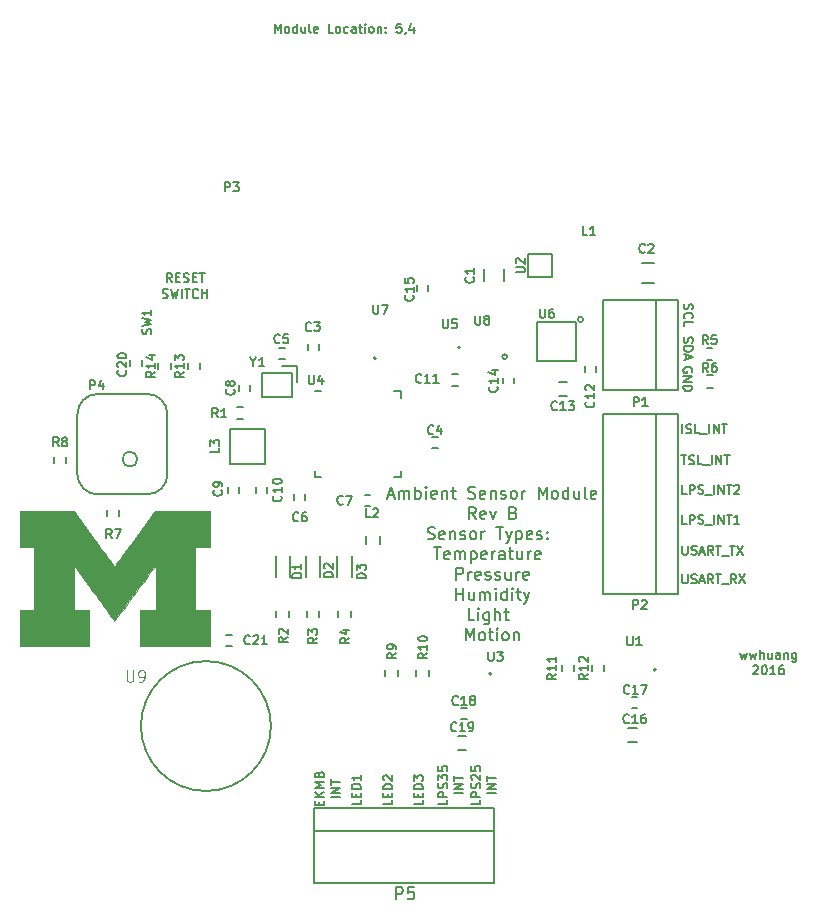
<source format=gbr>
G04 #@! TF.FileFunction,Legend,Top*
%FSLAX46Y46*%
G04 Gerber Fmt 4.6, Leading zero omitted, Abs format (unit mm)*
G04 Created by KiCad (PCBNEW 4.0.4-stable) date 10/14/16 17:41:50*
%MOMM*%
%LPD*%
G01*
G04 APERTURE LIST*
%ADD10C,0.100000*%
%ADD11C,0.190500*%
%ADD12C,0.200000*%
%ADD13C,0.150000*%
%ADD14C,0.127000*%
%ADD15C,0.210000*%
%ADD16C,0.205000*%
%ADD17C,0.010000*%
%ADD18C,0.121920*%
G04 APERTURE END LIST*
D10*
D11*
X119801821Y-126201714D02*
X119801821Y-125947714D01*
X120200964Y-125838857D02*
X120200964Y-126201714D01*
X119438964Y-126201714D01*
X119438964Y-125838857D01*
X120200964Y-125512285D02*
X119438964Y-125512285D01*
X120200964Y-125076857D02*
X119765536Y-125403428D01*
X119438964Y-125076857D02*
X119874393Y-125512285D01*
X120200964Y-124750285D02*
X119438964Y-124750285D01*
X119983250Y-124496285D01*
X119438964Y-124242285D01*
X120200964Y-124242285D01*
X119801821Y-123625428D02*
X119838107Y-123516571D01*
X119874393Y-123480286D01*
X119946964Y-123444000D01*
X120055821Y-123444000D01*
X120128393Y-123480286D01*
X120164679Y-123516571D01*
X120200964Y-123589143D01*
X120200964Y-123879428D01*
X119438964Y-123879428D01*
X119438964Y-123625428D01*
X119475250Y-123552857D01*
X119511536Y-123516571D01*
X119584107Y-123480286D01*
X119656679Y-123480286D01*
X119729250Y-123516571D01*
X119765536Y-123552857D01*
X119801821Y-123625428D01*
X119801821Y-123879428D01*
X121534464Y-125530428D02*
X120772464Y-125530428D01*
X121534464Y-125167571D02*
X120772464Y-125167571D01*
X121534464Y-124732143D01*
X120772464Y-124732143D01*
X120772464Y-124478143D02*
X120772464Y-124042714D01*
X121534464Y-124260428D02*
X120772464Y-124260428D01*
X125662268Y-99991333D02*
X126146077Y-99991333D01*
X125565506Y-100281619D02*
X125904173Y-99265619D01*
X126242839Y-100281619D01*
X126581506Y-100281619D02*
X126581506Y-99604286D01*
X126581506Y-99701048D02*
X126629887Y-99652667D01*
X126726649Y-99604286D01*
X126871791Y-99604286D01*
X126968553Y-99652667D01*
X127016934Y-99749429D01*
X127016934Y-100281619D01*
X127016934Y-99749429D02*
X127065315Y-99652667D01*
X127162077Y-99604286D01*
X127307220Y-99604286D01*
X127403982Y-99652667D01*
X127452363Y-99749429D01*
X127452363Y-100281619D01*
X127936173Y-100281619D02*
X127936173Y-99265619D01*
X127936173Y-99652667D02*
X128032935Y-99604286D01*
X128226458Y-99604286D01*
X128323220Y-99652667D01*
X128371601Y-99701048D01*
X128419982Y-99797810D01*
X128419982Y-100088095D01*
X128371601Y-100184857D01*
X128323220Y-100233238D01*
X128226458Y-100281619D01*
X128032935Y-100281619D01*
X127936173Y-100233238D01*
X128855411Y-100281619D02*
X128855411Y-99604286D01*
X128855411Y-99265619D02*
X128807030Y-99314000D01*
X128855411Y-99362381D01*
X128903792Y-99314000D01*
X128855411Y-99265619D01*
X128855411Y-99362381D01*
X129726268Y-100233238D02*
X129629506Y-100281619D01*
X129435983Y-100281619D01*
X129339221Y-100233238D01*
X129290840Y-100136476D01*
X129290840Y-99749429D01*
X129339221Y-99652667D01*
X129435983Y-99604286D01*
X129629506Y-99604286D01*
X129726268Y-99652667D01*
X129774649Y-99749429D01*
X129774649Y-99846190D01*
X129290840Y-99942952D01*
X130210078Y-99604286D02*
X130210078Y-100281619D01*
X130210078Y-99701048D02*
X130258459Y-99652667D01*
X130355221Y-99604286D01*
X130500363Y-99604286D01*
X130597125Y-99652667D01*
X130645506Y-99749429D01*
X130645506Y-100281619D01*
X130984173Y-99604286D02*
X131371221Y-99604286D01*
X131129316Y-99265619D02*
X131129316Y-100136476D01*
X131177697Y-100233238D01*
X131274459Y-100281619D01*
X131371221Y-100281619D01*
X132435601Y-100233238D02*
X132580744Y-100281619D01*
X132822648Y-100281619D01*
X132919410Y-100233238D01*
X132967791Y-100184857D01*
X133016172Y-100088095D01*
X133016172Y-99991333D01*
X132967791Y-99894571D01*
X132919410Y-99846190D01*
X132822648Y-99797810D01*
X132629125Y-99749429D01*
X132532363Y-99701048D01*
X132483982Y-99652667D01*
X132435601Y-99555905D01*
X132435601Y-99459143D01*
X132483982Y-99362381D01*
X132532363Y-99314000D01*
X132629125Y-99265619D01*
X132871029Y-99265619D01*
X133016172Y-99314000D01*
X133838648Y-100233238D02*
X133741886Y-100281619D01*
X133548363Y-100281619D01*
X133451601Y-100233238D01*
X133403220Y-100136476D01*
X133403220Y-99749429D01*
X133451601Y-99652667D01*
X133548363Y-99604286D01*
X133741886Y-99604286D01*
X133838648Y-99652667D01*
X133887029Y-99749429D01*
X133887029Y-99846190D01*
X133403220Y-99942952D01*
X134322458Y-99604286D02*
X134322458Y-100281619D01*
X134322458Y-99701048D02*
X134370839Y-99652667D01*
X134467601Y-99604286D01*
X134612743Y-99604286D01*
X134709505Y-99652667D01*
X134757886Y-99749429D01*
X134757886Y-100281619D01*
X135193315Y-100233238D02*
X135290077Y-100281619D01*
X135483601Y-100281619D01*
X135580362Y-100233238D01*
X135628743Y-100136476D01*
X135628743Y-100088095D01*
X135580362Y-99991333D01*
X135483601Y-99942952D01*
X135338458Y-99942952D01*
X135241696Y-99894571D01*
X135193315Y-99797810D01*
X135193315Y-99749429D01*
X135241696Y-99652667D01*
X135338458Y-99604286D01*
X135483601Y-99604286D01*
X135580362Y-99652667D01*
X136209315Y-100281619D02*
X136112553Y-100233238D01*
X136064172Y-100184857D01*
X136015791Y-100088095D01*
X136015791Y-99797810D01*
X136064172Y-99701048D01*
X136112553Y-99652667D01*
X136209315Y-99604286D01*
X136354457Y-99604286D01*
X136451219Y-99652667D01*
X136499600Y-99701048D01*
X136547981Y-99797810D01*
X136547981Y-100088095D01*
X136499600Y-100184857D01*
X136451219Y-100233238D01*
X136354457Y-100281619D01*
X136209315Y-100281619D01*
X136983410Y-100281619D02*
X136983410Y-99604286D01*
X136983410Y-99797810D02*
X137031791Y-99701048D01*
X137080172Y-99652667D01*
X137176934Y-99604286D01*
X137273695Y-99604286D01*
X138386457Y-100281619D02*
X138386457Y-99265619D01*
X138725123Y-99991333D01*
X139063790Y-99265619D01*
X139063790Y-100281619D01*
X139692743Y-100281619D02*
X139595981Y-100233238D01*
X139547600Y-100184857D01*
X139499219Y-100088095D01*
X139499219Y-99797810D01*
X139547600Y-99701048D01*
X139595981Y-99652667D01*
X139692743Y-99604286D01*
X139837885Y-99604286D01*
X139934647Y-99652667D01*
X139983028Y-99701048D01*
X140031409Y-99797810D01*
X140031409Y-100088095D01*
X139983028Y-100184857D01*
X139934647Y-100233238D01*
X139837885Y-100281619D01*
X139692743Y-100281619D01*
X140902266Y-100281619D02*
X140902266Y-99265619D01*
X140902266Y-100233238D02*
X140805504Y-100281619D01*
X140611981Y-100281619D01*
X140515219Y-100233238D01*
X140466838Y-100184857D01*
X140418457Y-100088095D01*
X140418457Y-99797810D01*
X140466838Y-99701048D01*
X140515219Y-99652667D01*
X140611981Y-99604286D01*
X140805504Y-99604286D01*
X140902266Y-99652667D01*
X141821504Y-99604286D02*
X141821504Y-100281619D01*
X141386076Y-99604286D02*
X141386076Y-100136476D01*
X141434457Y-100233238D01*
X141531219Y-100281619D01*
X141676361Y-100281619D01*
X141773123Y-100233238D01*
X141821504Y-100184857D01*
X142450457Y-100281619D02*
X142353695Y-100233238D01*
X142305314Y-100136476D01*
X142305314Y-99265619D01*
X143224551Y-100233238D02*
X143127789Y-100281619D01*
X142934266Y-100281619D01*
X142837504Y-100233238D01*
X142789123Y-100136476D01*
X142789123Y-99749429D01*
X142837504Y-99652667D01*
X142934266Y-99604286D01*
X143127789Y-99604286D01*
X143224551Y-99652667D01*
X143272932Y-99749429D01*
X143272932Y-99846190D01*
X142789123Y-99942952D01*
X133064553Y-101996119D02*
X132725887Y-101512310D01*
X132483982Y-101996119D02*
X132483982Y-100980119D01*
X132871029Y-100980119D01*
X132967791Y-101028500D01*
X133016172Y-101076881D01*
X133064553Y-101173643D01*
X133064553Y-101318786D01*
X133016172Y-101415548D01*
X132967791Y-101463929D01*
X132871029Y-101512310D01*
X132483982Y-101512310D01*
X133887029Y-101947738D02*
X133790267Y-101996119D01*
X133596744Y-101996119D01*
X133499982Y-101947738D01*
X133451601Y-101850976D01*
X133451601Y-101463929D01*
X133499982Y-101367167D01*
X133596744Y-101318786D01*
X133790267Y-101318786D01*
X133887029Y-101367167D01*
X133935410Y-101463929D01*
X133935410Y-101560690D01*
X133451601Y-101657452D01*
X134274077Y-101318786D02*
X134515982Y-101996119D01*
X134757886Y-101318786D01*
X136257695Y-101463929D02*
X136402838Y-101512310D01*
X136451219Y-101560690D01*
X136499600Y-101657452D01*
X136499600Y-101802595D01*
X136451219Y-101899357D01*
X136402838Y-101947738D01*
X136306076Y-101996119D01*
X135919029Y-101996119D01*
X135919029Y-100980119D01*
X136257695Y-100980119D01*
X136354457Y-101028500D01*
X136402838Y-101076881D01*
X136451219Y-101173643D01*
X136451219Y-101270405D01*
X136402838Y-101367167D01*
X136354457Y-101415548D01*
X136257695Y-101463929D01*
X135919029Y-101463929D01*
X129000554Y-103662238D02*
X129145697Y-103710619D01*
X129387601Y-103710619D01*
X129484363Y-103662238D01*
X129532744Y-103613857D01*
X129581125Y-103517095D01*
X129581125Y-103420333D01*
X129532744Y-103323571D01*
X129484363Y-103275190D01*
X129387601Y-103226810D01*
X129194078Y-103178429D01*
X129097316Y-103130048D01*
X129048935Y-103081667D01*
X129000554Y-102984905D01*
X129000554Y-102888143D01*
X129048935Y-102791381D01*
X129097316Y-102743000D01*
X129194078Y-102694619D01*
X129435982Y-102694619D01*
X129581125Y-102743000D01*
X130403601Y-103662238D02*
X130306839Y-103710619D01*
X130113316Y-103710619D01*
X130016554Y-103662238D01*
X129968173Y-103565476D01*
X129968173Y-103178429D01*
X130016554Y-103081667D01*
X130113316Y-103033286D01*
X130306839Y-103033286D01*
X130403601Y-103081667D01*
X130451982Y-103178429D01*
X130451982Y-103275190D01*
X129968173Y-103371952D01*
X130887411Y-103033286D02*
X130887411Y-103710619D01*
X130887411Y-103130048D02*
X130935792Y-103081667D01*
X131032554Y-103033286D01*
X131177696Y-103033286D01*
X131274458Y-103081667D01*
X131322839Y-103178429D01*
X131322839Y-103710619D01*
X131758268Y-103662238D02*
X131855030Y-103710619D01*
X132048554Y-103710619D01*
X132145315Y-103662238D01*
X132193696Y-103565476D01*
X132193696Y-103517095D01*
X132145315Y-103420333D01*
X132048554Y-103371952D01*
X131903411Y-103371952D01*
X131806649Y-103323571D01*
X131758268Y-103226810D01*
X131758268Y-103178429D01*
X131806649Y-103081667D01*
X131903411Y-103033286D01*
X132048554Y-103033286D01*
X132145315Y-103081667D01*
X132774268Y-103710619D02*
X132677506Y-103662238D01*
X132629125Y-103613857D01*
X132580744Y-103517095D01*
X132580744Y-103226810D01*
X132629125Y-103130048D01*
X132677506Y-103081667D01*
X132774268Y-103033286D01*
X132919410Y-103033286D01*
X133016172Y-103081667D01*
X133064553Y-103130048D01*
X133112934Y-103226810D01*
X133112934Y-103517095D01*
X133064553Y-103613857D01*
X133016172Y-103662238D01*
X132919410Y-103710619D01*
X132774268Y-103710619D01*
X133548363Y-103710619D02*
X133548363Y-103033286D01*
X133548363Y-103226810D02*
X133596744Y-103130048D01*
X133645125Y-103081667D01*
X133741887Y-103033286D01*
X133838648Y-103033286D01*
X134806267Y-102694619D02*
X135386838Y-102694619D01*
X135096553Y-103710619D02*
X135096553Y-102694619D01*
X135628743Y-103033286D02*
X135870648Y-103710619D01*
X136112552Y-103033286D02*
X135870648Y-103710619D01*
X135773886Y-103952524D01*
X135725505Y-104000905D01*
X135628743Y-104049286D01*
X136499600Y-103033286D02*
X136499600Y-104049286D01*
X136499600Y-103081667D02*
X136596362Y-103033286D01*
X136789885Y-103033286D01*
X136886647Y-103081667D01*
X136935028Y-103130048D01*
X136983409Y-103226810D01*
X136983409Y-103517095D01*
X136935028Y-103613857D01*
X136886647Y-103662238D01*
X136789885Y-103710619D01*
X136596362Y-103710619D01*
X136499600Y-103662238D01*
X137805885Y-103662238D02*
X137709123Y-103710619D01*
X137515600Y-103710619D01*
X137418838Y-103662238D01*
X137370457Y-103565476D01*
X137370457Y-103178429D01*
X137418838Y-103081667D01*
X137515600Y-103033286D01*
X137709123Y-103033286D01*
X137805885Y-103081667D01*
X137854266Y-103178429D01*
X137854266Y-103275190D01*
X137370457Y-103371952D01*
X138241314Y-103662238D02*
X138338076Y-103710619D01*
X138531600Y-103710619D01*
X138628361Y-103662238D01*
X138676742Y-103565476D01*
X138676742Y-103517095D01*
X138628361Y-103420333D01*
X138531600Y-103371952D01*
X138386457Y-103371952D01*
X138289695Y-103323571D01*
X138241314Y-103226810D01*
X138241314Y-103178429D01*
X138289695Y-103081667D01*
X138386457Y-103033286D01*
X138531600Y-103033286D01*
X138628361Y-103081667D01*
X139112171Y-103613857D02*
X139160552Y-103662238D01*
X139112171Y-103710619D01*
X139063790Y-103662238D01*
X139112171Y-103613857D01*
X139112171Y-103710619D01*
X139112171Y-103081667D02*
X139160552Y-103130048D01*
X139112171Y-103178429D01*
X139063790Y-103130048D01*
X139112171Y-103081667D01*
X139112171Y-103178429D01*
X129508554Y-104409119D02*
X130089125Y-104409119D01*
X129798840Y-105425119D02*
X129798840Y-104409119D01*
X130814839Y-105376738D02*
X130718077Y-105425119D01*
X130524554Y-105425119D01*
X130427792Y-105376738D01*
X130379411Y-105279976D01*
X130379411Y-104892929D01*
X130427792Y-104796167D01*
X130524554Y-104747786D01*
X130718077Y-104747786D01*
X130814839Y-104796167D01*
X130863220Y-104892929D01*
X130863220Y-104989690D01*
X130379411Y-105086452D01*
X131298649Y-105425119D02*
X131298649Y-104747786D01*
X131298649Y-104844548D02*
X131347030Y-104796167D01*
X131443792Y-104747786D01*
X131588934Y-104747786D01*
X131685696Y-104796167D01*
X131734077Y-104892929D01*
X131734077Y-105425119D01*
X131734077Y-104892929D02*
X131782458Y-104796167D01*
X131879220Y-104747786D01*
X132024363Y-104747786D01*
X132121125Y-104796167D01*
X132169506Y-104892929D01*
X132169506Y-105425119D01*
X132653316Y-104747786D02*
X132653316Y-105763786D01*
X132653316Y-104796167D02*
X132750078Y-104747786D01*
X132943601Y-104747786D01*
X133040363Y-104796167D01*
X133088744Y-104844548D01*
X133137125Y-104941310D01*
X133137125Y-105231595D01*
X133088744Y-105328357D01*
X133040363Y-105376738D01*
X132943601Y-105425119D01*
X132750078Y-105425119D01*
X132653316Y-105376738D01*
X133959601Y-105376738D02*
X133862839Y-105425119D01*
X133669316Y-105425119D01*
X133572554Y-105376738D01*
X133524173Y-105279976D01*
X133524173Y-104892929D01*
X133572554Y-104796167D01*
X133669316Y-104747786D01*
X133862839Y-104747786D01*
X133959601Y-104796167D01*
X134007982Y-104892929D01*
X134007982Y-104989690D01*
X133524173Y-105086452D01*
X134443411Y-105425119D02*
X134443411Y-104747786D01*
X134443411Y-104941310D02*
X134491792Y-104844548D01*
X134540173Y-104796167D01*
X134636935Y-104747786D01*
X134733696Y-104747786D01*
X135507791Y-105425119D02*
X135507791Y-104892929D01*
X135459410Y-104796167D01*
X135362648Y-104747786D01*
X135169125Y-104747786D01*
X135072363Y-104796167D01*
X135507791Y-105376738D02*
X135411029Y-105425119D01*
X135169125Y-105425119D01*
X135072363Y-105376738D01*
X135023982Y-105279976D01*
X135023982Y-105183214D01*
X135072363Y-105086452D01*
X135169125Y-105038071D01*
X135411029Y-105038071D01*
X135507791Y-104989690D01*
X135846458Y-104747786D02*
X136233506Y-104747786D01*
X135991601Y-104409119D02*
X135991601Y-105279976D01*
X136039982Y-105376738D01*
X136136744Y-105425119D01*
X136233506Y-105425119D01*
X137007600Y-104747786D02*
X137007600Y-105425119D01*
X136572172Y-104747786D02*
X136572172Y-105279976D01*
X136620553Y-105376738D01*
X136717315Y-105425119D01*
X136862457Y-105425119D01*
X136959219Y-105376738D01*
X137007600Y-105328357D01*
X137491410Y-105425119D02*
X137491410Y-104747786D01*
X137491410Y-104941310D02*
X137539791Y-104844548D01*
X137588172Y-104796167D01*
X137684934Y-104747786D01*
X137781695Y-104747786D01*
X138507409Y-105376738D02*
X138410647Y-105425119D01*
X138217124Y-105425119D01*
X138120362Y-105376738D01*
X138071981Y-105279976D01*
X138071981Y-104892929D01*
X138120362Y-104796167D01*
X138217124Y-104747786D01*
X138410647Y-104747786D01*
X138507409Y-104796167D01*
X138555790Y-104892929D01*
X138555790Y-104989690D01*
X138071981Y-105086452D01*
X131419601Y-107139619D02*
X131419601Y-106123619D01*
X131806648Y-106123619D01*
X131903410Y-106172000D01*
X131951791Y-106220381D01*
X132000172Y-106317143D01*
X132000172Y-106462286D01*
X131951791Y-106559048D01*
X131903410Y-106607429D01*
X131806648Y-106655810D01*
X131419601Y-106655810D01*
X132435601Y-107139619D02*
X132435601Y-106462286D01*
X132435601Y-106655810D02*
X132483982Y-106559048D01*
X132532363Y-106510667D01*
X132629125Y-106462286D01*
X132725886Y-106462286D01*
X133451600Y-107091238D02*
X133354838Y-107139619D01*
X133161315Y-107139619D01*
X133064553Y-107091238D01*
X133016172Y-106994476D01*
X133016172Y-106607429D01*
X133064553Y-106510667D01*
X133161315Y-106462286D01*
X133354838Y-106462286D01*
X133451600Y-106510667D01*
X133499981Y-106607429D01*
X133499981Y-106704190D01*
X133016172Y-106800952D01*
X133887029Y-107091238D02*
X133983791Y-107139619D01*
X134177315Y-107139619D01*
X134274076Y-107091238D01*
X134322457Y-106994476D01*
X134322457Y-106946095D01*
X134274076Y-106849333D01*
X134177315Y-106800952D01*
X134032172Y-106800952D01*
X133935410Y-106752571D01*
X133887029Y-106655810D01*
X133887029Y-106607429D01*
X133935410Y-106510667D01*
X134032172Y-106462286D01*
X134177315Y-106462286D01*
X134274076Y-106510667D01*
X134709505Y-107091238D02*
X134806267Y-107139619D01*
X134999791Y-107139619D01*
X135096552Y-107091238D01*
X135144933Y-106994476D01*
X135144933Y-106946095D01*
X135096552Y-106849333D01*
X134999791Y-106800952D01*
X134854648Y-106800952D01*
X134757886Y-106752571D01*
X134709505Y-106655810D01*
X134709505Y-106607429D01*
X134757886Y-106510667D01*
X134854648Y-106462286D01*
X134999791Y-106462286D01*
X135096552Y-106510667D01*
X136015790Y-106462286D02*
X136015790Y-107139619D01*
X135580362Y-106462286D02*
X135580362Y-106994476D01*
X135628743Y-107091238D01*
X135725505Y-107139619D01*
X135870647Y-107139619D01*
X135967409Y-107091238D01*
X136015790Y-107042857D01*
X136499600Y-107139619D02*
X136499600Y-106462286D01*
X136499600Y-106655810D02*
X136547981Y-106559048D01*
X136596362Y-106510667D01*
X136693124Y-106462286D01*
X136789885Y-106462286D01*
X137515599Y-107091238D02*
X137418837Y-107139619D01*
X137225314Y-107139619D01*
X137128552Y-107091238D01*
X137080171Y-106994476D01*
X137080171Y-106607429D01*
X137128552Y-106510667D01*
X137225314Y-106462286D01*
X137418837Y-106462286D01*
X137515599Y-106510667D01*
X137563980Y-106607429D01*
X137563980Y-106704190D01*
X137080171Y-106800952D01*
X131419600Y-108854119D02*
X131419600Y-107838119D01*
X131419600Y-108321929D02*
X132000171Y-108321929D01*
X132000171Y-108854119D02*
X132000171Y-107838119D01*
X132919409Y-108176786D02*
X132919409Y-108854119D01*
X132483981Y-108176786D02*
X132483981Y-108708976D01*
X132532362Y-108805738D01*
X132629124Y-108854119D01*
X132774266Y-108854119D01*
X132871028Y-108805738D01*
X132919409Y-108757357D01*
X133403219Y-108854119D02*
X133403219Y-108176786D01*
X133403219Y-108273548D02*
X133451600Y-108225167D01*
X133548362Y-108176786D01*
X133693504Y-108176786D01*
X133790266Y-108225167D01*
X133838647Y-108321929D01*
X133838647Y-108854119D01*
X133838647Y-108321929D02*
X133887028Y-108225167D01*
X133983790Y-108176786D01*
X134128933Y-108176786D01*
X134225695Y-108225167D01*
X134274076Y-108321929D01*
X134274076Y-108854119D01*
X134757886Y-108854119D02*
X134757886Y-108176786D01*
X134757886Y-107838119D02*
X134709505Y-107886500D01*
X134757886Y-107934881D01*
X134806267Y-107886500D01*
X134757886Y-107838119D01*
X134757886Y-107934881D01*
X135677124Y-108854119D02*
X135677124Y-107838119D01*
X135677124Y-108805738D02*
X135580362Y-108854119D01*
X135386839Y-108854119D01*
X135290077Y-108805738D01*
X135241696Y-108757357D01*
X135193315Y-108660595D01*
X135193315Y-108370310D01*
X135241696Y-108273548D01*
X135290077Y-108225167D01*
X135386839Y-108176786D01*
X135580362Y-108176786D01*
X135677124Y-108225167D01*
X136160934Y-108854119D02*
X136160934Y-108176786D01*
X136160934Y-107838119D02*
X136112553Y-107886500D01*
X136160934Y-107934881D01*
X136209315Y-107886500D01*
X136160934Y-107838119D01*
X136160934Y-107934881D01*
X136499601Y-108176786D02*
X136886649Y-108176786D01*
X136644744Y-107838119D02*
X136644744Y-108708976D01*
X136693125Y-108805738D01*
X136789887Y-108854119D01*
X136886649Y-108854119D01*
X137128553Y-108176786D02*
X137370458Y-108854119D01*
X137612362Y-108176786D02*
X137370458Y-108854119D01*
X137273696Y-109096024D01*
X137225315Y-109144405D01*
X137128553Y-109192786D01*
X132943600Y-110568619D02*
X132459791Y-110568619D01*
X132459791Y-109552619D01*
X133282267Y-110568619D02*
X133282267Y-109891286D01*
X133282267Y-109552619D02*
X133233886Y-109601000D01*
X133282267Y-109649381D01*
X133330648Y-109601000D01*
X133282267Y-109552619D01*
X133282267Y-109649381D01*
X134201505Y-109891286D02*
X134201505Y-110713762D01*
X134153124Y-110810524D01*
X134104743Y-110858905D01*
X134007982Y-110907286D01*
X133862839Y-110907286D01*
X133766077Y-110858905D01*
X134201505Y-110520238D02*
X134104743Y-110568619D01*
X133911220Y-110568619D01*
X133814458Y-110520238D01*
X133766077Y-110471857D01*
X133717696Y-110375095D01*
X133717696Y-110084810D01*
X133766077Y-109988048D01*
X133814458Y-109939667D01*
X133911220Y-109891286D01*
X134104743Y-109891286D01*
X134201505Y-109939667D01*
X134685315Y-110568619D02*
X134685315Y-109552619D01*
X135120743Y-110568619D02*
X135120743Y-110036429D01*
X135072362Y-109939667D01*
X134975600Y-109891286D01*
X134830458Y-109891286D01*
X134733696Y-109939667D01*
X134685315Y-109988048D01*
X135459410Y-109891286D02*
X135846458Y-109891286D01*
X135604553Y-109552619D02*
X135604553Y-110423476D01*
X135652934Y-110520238D01*
X135749696Y-110568619D01*
X135846458Y-110568619D01*
X132217886Y-112283119D02*
X132217886Y-111267119D01*
X132556552Y-111992833D01*
X132895219Y-111267119D01*
X132895219Y-112283119D01*
X133524172Y-112283119D02*
X133427410Y-112234738D01*
X133379029Y-112186357D01*
X133330648Y-112089595D01*
X133330648Y-111799310D01*
X133379029Y-111702548D01*
X133427410Y-111654167D01*
X133524172Y-111605786D01*
X133669314Y-111605786D01*
X133766076Y-111654167D01*
X133814457Y-111702548D01*
X133862838Y-111799310D01*
X133862838Y-112089595D01*
X133814457Y-112186357D01*
X133766076Y-112234738D01*
X133669314Y-112283119D01*
X133524172Y-112283119D01*
X134153124Y-111605786D02*
X134540172Y-111605786D01*
X134298267Y-111267119D02*
X134298267Y-112137976D01*
X134346648Y-112234738D01*
X134443410Y-112283119D01*
X134540172Y-112283119D01*
X134878838Y-112283119D02*
X134878838Y-111605786D01*
X134878838Y-111267119D02*
X134830457Y-111315500D01*
X134878838Y-111363881D01*
X134927219Y-111315500D01*
X134878838Y-111267119D01*
X134878838Y-111363881D01*
X135507791Y-112283119D02*
X135411029Y-112234738D01*
X135362648Y-112186357D01*
X135314267Y-112089595D01*
X135314267Y-111799310D01*
X135362648Y-111702548D01*
X135411029Y-111654167D01*
X135507791Y-111605786D01*
X135652933Y-111605786D01*
X135749695Y-111654167D01*
X135798076Y-111702548D01*
X135846457Y-111799310D01*
X135846457Y-112089595D01*
X135798076Y-112186357D01*
X135749695Y-112234738D01*
X135652933Y-112283119D01*
X135507791Y-112283119D01*
X136281886Y-111605786D02*
X136281886Y-112283119D01*
X136281886Y-111702548D02*
X136330267Y-111654167D01*
X136427029Y-111605786D01*
X136572171Y-111605786D01*
X136668933Y-111654167D01*
X136717314Y-111750929D01*
X136717314Y-112283119D01*
D12*
X148325981Y-114767219D02*
G75*
G03X148325981Y-114767219I-91581J0D01*
G01*
X134366000Y-115112800D02*
G75*
G03X134366000Y-115112800I-91581J0D01*
G01*
D11*
X107351286Y-81948564D02*
X107097286Y-81585707D01*
X106915858Y-81948564D02*
X106915858Y-81186564D01*
X107206143Y-81186564D01*
X107278715Y-81222850D01*
X107315000Y-81259136D01*
X107351286Y-81331707D01*
X107351286Y-81440564D01*
X107315000Y-81513136D01*
X107278715Y-81549421D01*
X107206143Y-81585707D01*
X106915858Y-81585707D01*
X107677858Y-81549421D02*
X107931858Y-81549421D01*
X108040715Y-81948564D02*
X107677858Y-81948564D01*
X107677858Y-81186564D01*
X108040715Y-81186564D01*
X108331001Y-81912279D02*
X108439858Y-81948564D01*
X108621287Y-81948564D01*
X108693858Y-81912279D01*
X108730144Y-81875993D01*
X108766429Y-81803421D01*
X108766429Y-81730850D01*
X108730144Y-81658279D01*
X108693858Y-81621993D01*
X108621287Y-81585707D01*
X108476144Y-81549421D01*
X108403572Y-81513136D01*
X108367287Y-81476850D01*
X108331001Y-81404279D01*
X108331001Y-81331707D01*
X108367287Y-81259136D01*
X108403572Y-81222850D01*
X108476144Y-81186564D01*
X108657572Y-81186564D01*
X108766429Y-81222850D01*
X109093001Y-81549421D02*
X109347001Y-81549421D01*
X109455858Y-81948564D02*
X109093001Y-81948564D01*
X109093001Y-81186564D01*
X109455858Y-81186564D01*
X109673572Y-81186564D02*
X110109001Y-81186564D01*
X109891287Y-81948564D02*
X109891287Y-81186564D01*
X106553001Y-83245779D02*
X106661858Y-83282064D01*
X106843287Y-83282064D01*
X106915858Y-83245779D01*
X106952144Y-83209493D01*
X106988429Y-83136921D01*
X106988429Y-83064350D01*
X106952144Y-82991779D01*
X106915858Y-82955493D01*
X106843287Y-82919207D01*
X106698144Y-82882921D01*
X106625572Y-82846636D01*
X106589287Y-82810350D01*
X106553001Y-82737779D01*
X106553001Y-82665207D01*
X106589287Y-82592636D01*
X106625572Y-82556350D01*
X106698144Y-82520064D01*
X106879572Y-82520064D01*
X106988429Y-82556350D01*
X107242429Y-82520064D02*
X107423858Y-83282064D01*
X107569001Y-82737779D01*
X107714143Y-83282064D01*
X107895572Y-82520064D01*
X108185858Y-83282064D02*
X108185858Y-82520064D01*
X108439857Y-82520064D02*
X108875286Y-82520064D01*
X108657572Y-83282064D02*
X108657572Y-82520064D01*
X109564714Y-83209493D02*
X109528428Y-83245779D01*
X109419571Y-83282064D01*
X109347000Y-83282064D01*
X109238143Y-83245779D01*
X109165571Y-83173207D01*
X109129286Y-83100636D01*
X109093000Y-82955493D01*
X109093000Y-82846636D01*
X109129286Y-82701493D01*
X109165571Y-82628921D01*
X109238143Y-82556350D01*
X109347000Y-82520064D01*
X109419571Y-82520064D01*
X109528428Y-82556350D01*
X109564714Y-82592636D01*
X109891286Y-83282064D02*
X109891286Y-82520064D01*
X109891286Y-82882921D02*
X110326714Y-82882921D01*
X110326714Y-83282064D02*
X110326714Y-82520064D01*
X123331514Y-125769914D02*
X123331514Y-126132771D01*
X122569514Y-126132771D01*
X122932371Y-125515914D02*
X122932371Y-125261914D01*
X123331514Y-125153057D02*
X123331514Y-125515914D01*
X122569514Y-125515914D01*
X122569514Y-125153057D01*
X123331514Y-124826485D02*
X122569514Y-124826485D01*
X122569514Y-124645057D01*
X122605800Y-124536200D01*
X122678371Y-124463628D01*
X122750943Y-124427343D01*
X122896086Y-124391057D01*
X123004943Y-124391057D01*
X123150086Y-124427343D01*
X123222657Y-124463628D01*
X123295229Y-124536200D01*
X123331514Y-124645057D01*
X123331514Y-124826485D01*
X123331514Y-123665343D02*
X123331514Y-124100771D01*
X123331514Y-123883057D02*
X122569514Y-123883057D01*
X122678371Y-123955628D01*
X122750943Y-124028200D01*
X122787229Y-124100771D01*
X125998514Y-125795314D02*
X125998514Y-126158171D01*
X125236514Y-126158171D01*
X125599371Y-125541314D02*
X125599371Y-125287314D01*
X125998514Y-125178457D02*
X125998514Y-125541314D01*
X125236514Y-125541314D01*
X125236514Y-125178457D01*
X125998514Y-124851885D02*
X125236514Y-124851885D01*
X125236514Y-124670457D01*
X125272800Y-124561600D01*
X125345371Y-124489028D01*
X125417943Y-124452743D01*
X125563086Y-124416457D01*
X125671943Y-124416457D01*
X125817086Y-124452743D01*
X125889657Y-124489028D01*
X125962229Y-124561600D01*
X125998514Y-124670457D01*
X125998514Y-124851885D01*
X125309086Y-124126171D02*
X125272800Y-124089885D01*
X125236514Y-124017314D01*
X125236514Y-123835885D01*
X125272800Y-123763314D01*
X125309086Y-123727028D01*
X125381657Y-123690743D01*
X125454229Y-123690743D01*
X125563086Y-123727028D01*
X125998514Y-124162457D01*
X125998514Y-123690743D01*
X128589314Y-125795314D02*
X128589314Y-126158171D01*
X127827314Y-126158171D01*
X128190171Y-125541314D02*
X128190171Y-125287314D01*
X128589314Y-125178457D02*
X128589314Y-125541314D01*
X127827314Y-125541314D01*
X127827314Y-125178457D01*
X128589314Y-124851885D02*
X127827314Y-124851885D01*
X127827314Y-124670457D01*
X127863600Y-124561600D01*
X127936171Y-124489028D01*
X128008743Y-124452743D01*
X128153886Y-124416457D01*
X128262743Y-124416457D01*
X128407886Y-124452743D01*
X128480457Y-124489028D01*
X128553029Y-124561600D01*
X128589314Y-124670457D01*
X128589314Y-124851885D01*
X127827314Y-124162457D02*
X127827314Y-123690743D01*
X128117600Y-123944743D01*
X128117600Y-123835885D01*
X128153886Y-123763314D01*
X128190171Y-123727028D01*
X128262743Y-123690743D01*
X128444171Y-123690743D01*
X128516743Y-123727028D01*
X128553029Y-123763314D01*
X128589314Y-123835885D01*
X128589314Y-124053600D01*
X128553029Y-124126171D01*
X128516743Y-124162457D01*
X130665764Y-125769913D02*
X130665764Y-126132770D01*
X129903764Y-126132770D01*
X130665764Y-125515913D02*
X129903764Y-125515913D01*
X129903764Y-125225628D01*
X129940050Y-125153056D01*
X129976336Y-125116771D01*
X130048907Y-125080485D01*
X130157764Y-125080485D01*
X130230336Y-125116771D01*
X130266621Y-125153056D01*
X130302907Y-125225628D01*
X130302907Y-125515913D01*
X130629479Y-124790199D02*
X130665764Y-124681342D01*
X130665764Y-124499913D01*
X130629479Y-124427342D01*
X130593193Y-124391056D01*
X130520621Y-124354771D01*
X130448050Y-124354771D01*
X130375479Y-124391056D01*
X130339193Y-124427342D01*
X130302907Y-124499913D01*
X130266621Y-124645056D01*
X130230336Y-124717628D01*
X130194050Y-124753913D01*
X130121479Y-124790199D01*
X130048907Y-124790199D01*
X129976336Y-124753913D01*
X129940050Y-124717628D01*
X129903764Y-124645056D01*
X129903764Y-124463628D01*
X129940050Y-124354771D01*
X129903764Y-124100771D02*
X129903764Y-123629057D01*
X130194050Y-123883057D01*
X130194050Y-123774199D01*
X130230336Y-123701628D01*
X130266621Y-123665342D01*
X130339193Y-123629057D01*
X130520621Y-123629057D01*
X130593193Y-123665342D01*
X130629479Y-123701628D01*
X130665764Y-123774199D01*
X130665764Y-123991914D01*
X130629479Y-124064485D01*
X130593193Y-124100771D01*
X129903764Y-122939628D02*
X129903764Y-123302485D01*
X130266621Y-123338771D01*
X130230336Y-123302485D01*
X130194050Y-123229914D01*
X130194050Y-123048485D01*
X130230336Y-122975914D01*
X130266621Y-122939628D01*
X130339193Y-122903343D01*
X130520621Y-122903343D01*
X130593193Y-122939628D01*
X130629479Y-122975914D01*
X130665764Y-123048485D01*
X130665764Y-123229914D01*
X130629479Y-123302485D01*
X130593193Y-123338771D01*
X131999264Y-125225628D02*
X131237264Y-125225628D01*
X131999264Y-124862771D02*
X131237264Y-124862771D01*
X131999264Y-124427343D01*
X131237264Y-124427343D01*
X131237264Y-124173343D02*
X131237264Y-123737914D01*
X131999264Y-123955628D02*
X131237264Y-123955628D01*
X133459764Y-125769913D02*
X133459764Y-126132770D01*
X132697764Y-126132770D01*
X133459764Y-125515913D02*
X132697764Y-125515913D01*
X132697764Y-125225628D01*
X132734050Y-125153056D01*
X132770336Y-125116771D01*
X132842907Y-125080485D01*
X132951764Y-125080485D01*
X133024336Y-125116771D01*
X133060621Y-125153056D01*
X133096907Y-125225628D01*
X133096907Y-125515913D01*
X133423479Y-124790199D02*
X133459764Y-124681342D01*
X133459764Y-124499913D01*
X133423479Y-124427342D01*
X133387193Y-124391056D01*
X133314621Y-124354771D01*
X133242050Y-124354771D01*
X133169479Y-124391056D01*
X133133193Y-124427342D01*
X133096907Y-124499913D01*
X133060621Y-124645056D01*
X133024336Y-124717628D01*
X132988050Y-124753913D01*
X132915479Y-124790199D01*
X132842907Y-124790199D01*
X132770336Y-124753913D01*
X132734050Y-124717628D01*
X132697764Y-124645056D01*
X132697764Y-124463628D01*
X132734050Y-124354771D01*
X132770336Y-124064485D02*
X132734050Y-124028199D01*
X132697764Y-123955628D01*
X132697764Y-123774199D01*
X132734050Y-123701628D01*
X132770336Y-123665342D01*
X132842907Y-123629057D01*
X132915479Y-123629057D01*
X133024336Y-123665342D01*
X133459764Y-124100771D01*
X133459764Y-123629057D01*
X132697764Y-122939628D02*
X132697764Y-123302485D01*
X133060621Y-123338771D01*
X133024336Y-123302485D01*
X132988050Y-123229914D01*
X132988050Y-123048485D01*
X133024336Y-122975914D01*
X133060621Y-122939628D01*
X133133193Y-122903343D01*
X133314621Y-122903343D01*
X133387193Y-122939628D01*
X133423479Y-122975914D01*
X133459764Y-123048485D01*
X133459764Y-123229914D01*
X133423479Y-123302485D01*
X133387193Y-123338771D01*
X134793264Y-125225628D02*
X134031264Y-125225628D01*
X134793264Y-124862771D02*
X134031264Y-124862771D01*
X134793264Y-124427343D01*
X134031264Y-124427343D01*
X134031264Y-124173343D02*
X134031264Y-123737914D01*
X134793264Y-123955628D02*
X134031264Y-123955628D01*
X155447999Y-113317564D02*
X155593142Y-113825564D01*
X155738285Y-113462707D01*
X155883428Y-113825564D01*
X156028571Y-113317564D01*
X156246285Y-113317564D02*
X156391428Y-113825564D01*
X156536571Y-113462707D01*
X156681714Y-113825564D01*
X156826857Y-113317564D01*
X157117143Y-113825564D02*
X157117143Y-113063564D01*
X157443714Y-113825564D02*
X157443714Y-113426421D01*
X157407428Y-113353850D01*
X157334857Y-113317564D01*
X157226000Y-113317564D01*
X157153428Y-113353850D01*
X157117143Y-113390136D01*
X158133143Y-113317564D02*
X158133143Y-113825564D01*
X157806572Y-113317564D02*
X157806572Y-113716707D01*
X157842857Y-113789279D01*
X157915429Y-113825564D01*
X158024286Y-113825564D01*
X158096857Y-113789279D01*
X158133143Y-113752993D01*
X158822572Y-113825564D02*
X158822572Y-113426421D01*
X158786286Y-113353850D01*
X158713715Y-113317564D01*
X158568572Y-113317564D01*
X158496001Y-113353850D01*
X158822572Y-113789279D02*
X158750001Y-113825564D01*
X158568572Y-113825564D01*
X158496001Y-113789279D01*
X158459715Y-113716707D01*
X158459715Y-113644136D01*
X158496001Y-113571564D01*
X158568572Y-113535279D01*
X158750001Y-113535279D01*
X158822572Y-113498993D01*
X159185430Y-113317564D02*
X159185430Y-113825564D01*
X159185430Y-113390136D02*
X159221715Y-113353850D01*
X159294287Y-113317564D01*
X159403144Y-113317564D01*
X159475715Y-113353850D01*
X159512001Y-113426421D01*
X159512001Y-113825564D01*
X160201430Y-113317564D02*
X160201430Y-113934421D01*
X160165144Y-114006993D01*
X160128859Y-114043279D01*
X160056287Y-114079564D01*
X159947430Y-114079564D01*
X159874859Y-114043279D01*
X160201430Y-113789279D02*
X160128859Y-113825564D01*
X159983716Y-113825564D01*
X159911144Y-113789279D01*
X159874859Y-113752993D01*
X159838573Y-113680421D01*
X159838573Y-113462707D01*
X159874859Y-113390136D01*
X159911144Y-113353850D01*
X159983716Y-113317564D01*
X160128859Y-113317564D01*
X160201430Y-113353850D01*
X156554715Y-114469636D02*
X156591001Y-114433350D01*
X156663572Y-114397064D01*
X156845001Y-114397064D01*
X156917572Y-114433350D01*
X156953858Y-114469636D01*
X156990143Y-114542207D01*
X156990143Y-114614779D01*
X156953858Y-114723636D01*
X156518429Y-115159064D01*
X156990143Y-115159064D01*
X157461857Y-114397064D02*
X157534429Y-114397064D01*
X157607000Y-114433350D01*
X157643286Y-114469636D01*
X157679572Y-114542207D01*
X157715857Y-114687350D01*
X157715857Y-114868779D01*
X157679572Y-115013921D01*
X157643286Y-115086493D01*
X157607000Y-115122779D01*
X157534429Y-115159064D01*
X157461857Y-115159064D01*
X157389286Y-115122779D01*
X157353000Y-115086493D01*
X157316715Y-115013921D01*
X157280429Y-114868779D01*
X157280429Y-114687350D01*
X157316715Y-114542207D01*
X157353000Y-114469636D01*
X157389286Y-114433350D01*
X157461857Y-114397064D01*
X158441571Y-115159064D02*
X158006143Y-115159064D01*
X158223857Y-115159064D02*
X158223857Y-114397064D01*
X158151286Y-114505921D01*
X158078714Y-114578493D01*
X158006143Y-114614779D01*
X159094714Y-114397064D02*
X158949571Y-114397064D01*
X158877000Y-114433350D01*
X158840714Y-114469636D01*
X158768143Y-114578493D01*
X158731857Y-114723636D01*
X158731857Y-115013921D01*
X158768143Y-115086493D01*
X158804428Y-115122779D01*
X158877000Y-115159064D01*
X159022143Y-115159064D01*
X159094714Y-115122779D01*
X159131000Y-115086493D01*
X159167285Y-115013921D01*
X159167285Y-114832493D01*
X159131000Y-114759921D01*
X159094714Y-114723636D01*
X159022143Y-114687350D01*
X158877000Y-114687350D01*
X158804428Y-114723636D01*
X158768143Y-114759921D01*
X158731857Y-114832493D01*
X151358600Y-89564028D02*
X151394886Y-89491457D01*
X151394886Y-89382600D01*
X151358600Y-89273743D01*
X151286029Y-89201171D01*
X151213457Y-89164886D01*
X151068314Y-89128600D01*
X150959457Y-89128600D01*
X150814314Y-89164886D01*
X150741743Y-89201171D01*
X150669171Y-89273743D01*
X150632886Y-89382600D01*
X150632886Y-89455171D01*
X150669171Y-89564028D01*
X150705457Y-89600314D01*
X150959457Y-89600314D01*
X150959457Y-89455171D01*
X150632886Y-89926886D02*
X151394886Y-89926886D01*
X150632886Y-90362314D01*
X151394886Y-90362314D01*
X150632886Y-90725172D02*
X151394886Y-90725172D01*
X151394886Y-90906600D01*
X151358600Y-91015457D01*
X151286029Y-91088029D01*
X151213457Y-91124314D01*
X151068314Y-91160600D01*
X150959457Y-91160600D01*
X150814314Y-91124314D01*
X150741743Y-91088029D01*
X150669171Y-91015457D01*
X150632886Y-90906600D01*
X150632886Y-90725172D01*
X150694571Y-86628515D02*
X150658286Y-86737372D01*
X150658286Y-86918801D01*
X150694571Y-86991372D01*
X150730857Y-87027658D01*
X150803429Y-87063943D01*
X150876000Y-87063943D01*
X150948571Y-87027658D01*
X150984857Y-86991372D01*
X151021143Y-86918801D01*
X151057429Y-86773658D01*
X151093714Y-86701086D01*
X151130000Y-86664801D01*
X151202571Y-86628515D01*
X151275143Y-86628515D01*
X151347714Y-86664801D01*
X151384000Y-86701086D01*
X151420286Y-86773658D01*
X151420286Y-86955086D01*
X151384000Y-87063943D01*
X150658286Y-87390515D02*
X151420286Y-87390515D01*
X151420286Y-87571943D01*
X151384000Y-87680800D01*
X151311429Y-87753372D01*
X151238857Y-87789657D01*
X151093714Y-87825943D01*
X150984857Y-87825943D01*
X150839714Y-87789657D01*
X150767143Y-87753372D01*
X150694571Y-87680800D01*
X150658286Y-87571943D01*
X150658286Y-87390515D01*
X150876000Y-88116229D02*
X150876000Y-88479086D01*
X150658286Y-88043657D02*
X151420286Y-88297657D01*
X150658286Y-88551657D01*
X150719971Y-83801858D02*
X150683686Y-83910715D01*
X150683686Y-84092144D01*
X150719971Y-84164715D01*
X150756257Y-84201001D01*
X150828829Y-84237286D01*
X150901400Y-84237286D01*
X150973971Y-84201001D01*
X151010257Y-84164715D01*
X151046543Y-84092144D01*
X151082829Y-83947001D01*
X151119114Y-83874429D01*
X151155400Y-83838144D01*
X151227971Y-83801858D01*
X151300543Y-83801858D01*
X151373114Y-83838144D01*
X151409400Y-83874429D01*
X151445686Y-83947001D01*
X151445686Y-84128429D01*
X151409400Y-84237286D01*
X150756257Y-84999286D02*
X150719971Y-84963000D01*
X150683686Y-84854143D01*
X150683686Y-84781572D01*
X150719971Y-84672715D01*
X150792543Y-84600143D01*
X150865114Y-84563858D01*
X151010257Y-84527572D01*
X151119114Y-84527572D01*
X151264257Y-84563858D01*
X151336829Y-84600143D01*
X151409400Y-84672715D01*
X151445686Y-84781572D01*
X151445686Y-84854143D01*
X151409400Y-84963000D01*
X151373114Y-84999286D01*
X150683686Y-85688715D02*
X150683686Y-85325858D01*
X151445686Y-85325858D01*
X150567573Y-94756514D02*
X150567573Y-93994514D01*
X150894144Y-94720229D02*
X151003001Y-94756514D01*
X151184430Y-94756514D01*
X151257001Y-94720229D01*
X151293287Y-94683943D01*
X151329572Y-94611371D01*
X151329572Y-94538800D01*
X151293287Y-94466229D01*
X151257001Y-94429943D01*
X151184430Y-94393657D01*
X151039287Y-94357371D01*
X150966715Y-94321086D01*
X150930430Y-94284800D01*
X150894144Y-94212229D01*
X150894144Y-94139657D01*
X150930430Y-94067086D01*
X150966715Y-94030800D01*
X151039287Y-93994514D01*
X151220715Y-93994514D01*
X151329572Y-94030800D01*
X152019001Y-94756514D02*
X151656144Y-94756514D01*
X151656144Y-93994514D01*
X152091572Y-94829086D02*
X152672143Y-94829086D01*
X152853572Y-94756514D02*
X152853572Y-93994514D01*
X153216429Y-94756514D02*
X153216429Y-93994514D01*
X153651857Y-94756514D01*
X153651857Y-93994514D01*
X153905857Y-93994514D02*
X154341286Y-93994514D01*
X154123572Y-94756514D02*
X154123572Y-93994514D01*
X150458715Y-96610714D02*
X150894144Y-96610714D01*
X150676430Y-97372714D02*
X150676430Y-96610714D01*
X151111858Y-97336429D02*
X151220715Y-97372714D01*
X151402144Y-97372714D01*
X151474715Y-97336429D01*
X151511001Y-97300143D01*
X151547286Y-97227571D01*
X151547286Y-97155000D01*
X151511001Y-97082429D01*
X151474715Y-97046143D01*
X151402144Y-97009857D01*
X151257001Y-96973571D01*
X151184429Y-96937286D01*
X151148144Y-96901000D01*
X151111858Y-96828429D01*
X151111858Y-96755857D01*
X151148144Y-96683286D01*
X151184429Y-96647000D01*
X151257001Y-96610714D01*
X151438429Y-96610714D01*
X151547286Y-96647000D01*
X152236715Y-97372714D02*
X151873858Y-97372714D01*
X151873858Y-96610714D01*
X152309286Y-97445286D02*
X152889857Y-97445286D01*
X153071286Y-97372714D02*
X153071286Y-96610714D01*
X153434143Y-97372714D02*
X153434143Y-96610714D01*
X153869571Y-97372714D01*
X153869571Y-96610714D01*
X154123571Y-96610714D02*
X154559000Y-96610714D01*
X154341286Y-97372714D02*
X154341286Y-96610714D01*
X150930430Y-99861914D02*
X150567573Y-99861914D01*
X150567573Y-99099914D01*
X151184430Y-99861914D02*
X151184430Y-99099914D01*
X151474715Y-99099914D01*
X151547287Y-99136200D01*
X151583572Y-99172486D01*
X151619858Y-99245057D01*
X151619858Y-99353914D01*
X151583572Y-99426486D01*
X151547287Y-99462771D01*
X151474715Y-99499057D01*
X151184430Y-99499057D01*
X151910144Y-99825629D02*
X152019001Y-99861914D01*
X152200430Y-99861914D01*
X152273001Y-99825629D01*
X152309287Y-99789343D01*
X152345572Y-99716771D01*
X152345572Y-99644200D01*
X152309287Y-99571629D01*
X152273001Y-99535343D01*
X152200430Y-99499057D01*
X152055287Y-99462771D01*
X151982715Y-99426486D01*
X151946430Y-99390200D01*
X151910144Y-99317629D01*
X151910144Y-99245057D01*
X151946430Y-99172486D01*
X151982715Y-99136200D01*
X152055287Y-99099914D01*
X152236715Y-99099914D01*
X152345572Y-99136200D01*
X152490715Y-99934486D02*
X153071286Y-99934486D01*
X153252715Y-99861914D02*
X153252715Y-99099914D01*
X153615572Y-99861914D02*
X153615572Y-99099914D01*
X154051000Y-99861914D01*
X154051000Y-99099914D01*
X154305000Y-99099914D02*
X154740429Y-99099914D01*
X154522715Y-99861914D02*
X154522715Y-99099914D01*
X154958143Y-99172486D02*
X154994429Y-99136200D01*
X155067000Y-99099914D01*
X155248429Y-99099914D01*
X155321000Y-99136200D01*
X155357286Y-99172486D01*
X155393571Y-99245057D01*
X155393571Y-99317629D01*
X155357286Y-99426486D01*
X154921857Y-99861914D01*
X155393571Y-99861914D01*
X150930430Y-102401914D02*
X150567573Y-102401914D01*
X150567573Y-101639914D01*
X151184430Y-102401914D02*
X151184430Y-101639914D01*
X151474715Y-101639914D01*
X151547287Y-101676200D01*
X151583572Y-101712486D01*
X151619858Y-101785057D01*
X151619858Y-101893914D01*
X151583572Y-101966486D01*
X151547287Y-102002771D01*
X151474715Y-102039057D01*
X151184430Y-102039057D01*
X151910144Y-102365629D02*
X152019001Y-102401914D01*
X152200430Y-102401914D01*
X152273001Y-102365629D01*
X152309287Y-102329343D01*
X152345572Y-102256771D01*
X152345572Y-102184200D01*
X152309287Y-102111629D01*
X152273001Y-102075343D01*
X152200430Y-102039057D01*
X152055287Y-102002771D01*
X151982715Y-101966486D01*
X151946430Y-101930200D01*
X151910144Y-101857629D01*
X151910144Y-101785057D01*
X151946430Y-101712486D01*
X151982715Y-101676200D01*
X152055287Y-101639914D01*
X152236715Y-101639914D01*
X152345572Y-101676200D01*
X152490715Y-102474486D02*
X153071286Y-102474486D01*
X153252715Y-102401914D02*
X153252715Y-101639914D01*
X153615572Y-102401914D02*
X153615572Y-101639914D01*
X154051000Y-102401914D01*
X154051000Y-101639914D01*
X154305000Y-101639914D02*
X154740429Y-101639914D01*
X154522715Y-102401914D02*
X154522715Y-101639914D01*
X155393571Y-102401914D02*
X154958143Y-102401914D01*
X155175857Y-102401914D02*
X155175857Y-101639914D01*
X155103286Y-101748771D01*
X155030714Y-101821343D01*
X154958143Y-101857629D01*
X150567573Y-104256114D02*
X150567573Y-104872971D01*
X150603858Y-104945543D01*
X150640144Y-104981829D01*
X150712715Y-105018114D01*
X150857858Y-105018114D01*
X150930430Y-104981829D01*
X150966715Y-104945543D01*
X151003001Y-104872971D01*
X151003001Y-104256114D01*
X151329573Y-104981829D02*
X151438430Y-105018114D01*
X151619859Y-105018114D01*
X151692430Y-104981829D01*
X151728716Y-104945543D01*
X151765001Y-104872971D01*
X151765001Y-104800400D01*
X151728716Y-104727829D01*
X151692430Y-104691543D01*
X151619859Y-104655257D01*
X151474716Y-104618971D01*
X151402144Y-104582686D01*
X151365859Y-104546400D01*
X151329573Y-104473829D01*
X151329573Y-104401257D01*
X151365859Y-104328686D01*
X151402144Y-104292400D01*
X151474716Y-104256114D01*
X151656144Y-104256114D01*
X151765001Y-104292400D01*
X152055287Y-104800400D02*
X152418144Y-104800400D01*
X151982715Y-105018114D02*
X152236715Y-104256114D01*
X152490715Y-105018114D01*
X153180144Y-105018114D02*
X152926144Y-104655257D01*
X152744716Y-105018114D02*
X152744716Y-104256114D01*
X153035001Y-104256114D01*
X153107573Y-104292400D01*
X153143858Y-104328686D01*
X153180144Y-104401257D01*
X153180144Y-104510114D01*
X153143858Y-104582686D01*
X153107573Y-104618971D01*
X153035001Y-104655257D01*
X152744716Y-104655257D01*
X153397858Y-104256114D02*
X153833287Y-104256114D01*
X153615573Y-105018114D02*
X153615573Y-104256114D01*
X153905858Y-105090686D02*
X154486429Y-105090686D01*
X154559000Y-104256114D02*
X154994429Y-104256114D01*
X154776715Y-105018114D02*
X154776715Y-104256114D01*
X155175857Y-104256114D02*
X155683857Y-105018114D01*
X155683857Y-104256114D02*
X155175857Y-105018114D01*
X150567573Y-106694514D02*
X150567573Y-107311371D01*
X150603858Y-107383943D01*
X150640144Y-107420229D01*
X150712715Y-107456514D01*
X150857858Y-107456514D01*
X150930430Y-107420229D01*
X150966715Y-107383943D01*
X151003001Y-107311371D01*
X151003001Y-106694514D01*
X151329573Y-107420229D02*
X151438430Y-107456514D01*
X151619859Y-107456514D01*
X151692430Y-107420229D01*
X151728716Y-107383943D01*
X151765001Y-107311371D01*
X151765001Y-107238800D01*
X151728716Y-107166229D01*
X151692430Y-107129943D01*
X151619859Y-107093657D01*
X151474716Y-107057371D01*
X151402144Y-107021086D01*
X151365859Y-106984800D01*
X151329573Y-106912229D01*
X151329573Y-106839657D01*
X151365859Y-106767086D01*
X151402144Y-106730800D01*
X151474716Y-106694514D01*
X151656144Y-106694514D01*
X151765001Y-106730800D01*
X152055287Y-107238800D02*
X152418144Y-107238800D01*
X151982715Y-107456514D02*
X152236715Y-106694514D01*
X152490715Y-107456514D01*
X153180144Y-107456514D02*
X152926144Y-107093657D01*
X152744716Y-107456514D02*
X152744716Y-106694514D01*
X153035001Y-106694514D01*
X153107573Y-106730800D01*
X153143858Y-106767086D01*
X153180144Y-106839657D01*
X153180144Y-106948514D01*
X153143858Y-107021086D01*
X153107573Y-107057371D01*
X153035001Y-107093657D01*
X152744716Y-107093657D01*
X153397858Y-106694514D02*
X153833287Y-106694514D01*
X153615573Y-107456514D02*
X153615573Y-106694514D01*
X153905858Y-107529086D02*
X154486429Y-107529086D01*
X155103286Y-107456514D02*
X154849286Y-107093657D01*
X154667858Y-107456514D02*
X154667858Y-106694514D01*
X154958143Y-106694514D01*
X155030715Y-106730800D01*
X155067000Y-106767086D01*
X155103286Y-106839657D01*
X155103286Y-106948514D01*
X155067000Y-107021086D01*
X155030715Y-107057371D01*
X154958143Y-107093657D01*
X154667858Y-107093657D01*
X155357286Y-106694514D02*
X155865286Y-107456514D01*
X155865286Y-106694514D02*
X155357286Y-107456514D01*
D12*
X131714381Y-87477600D02*
G75*
G03X131714381Y-87477600I-91581J0D01*
G01*
X124615527Y-88392000D02*
G75*
G03X124615527Y-88392000I-104727J0D01*
G01*
D11*
X116048971Y-60822114D02*
X116048971Y-60060114D01*
X116302971Y-60604400D01*
X116556971Y-60060114D01*
X116556971Y-60822114D01*
X117028685Y-60822114D02*
X116956113Y-60785829D01*
X116919828Y-60749543D01*
X116883542Y-60676971D01*
X116883542Y-60459257D01*
X116919828Y-60386686D01*
X116956113Y-60350400D01*
X117028685Y-60314114D01*
X117137542Y-60314114D01*
X117210113Y-60350400D01*
X117246399Y-60386686D01*
X117282685Y-60459257D01*
X117282685Y-60676971D01*
X117246399Y-60749543D01*
X117210113Y-60785829D01*
X117137542Y-60822114D01*
X117028685Y-60822114D01*
X117935828Y-60822114D02*
X117935828Y-60060114D01*
X117935828Y-60785829D02*
X117863257Y-60822114D01*
X117718114Y-60822114D01*
X117645542Y-60785829D01*
X117609257Y-60749543D01*
X117572971Y-60676971D01*
X117572971Y-60459257D01*
X117609257Y-60386686D01*
X117645542Y-60350400D01*
X117718114Y-60314114D01*
X117863257Y-60314114D01*
X117935828Y-60350400D01*
X118625257Y-60314114D02*
X118625257Y-60822114D01*
X118298686Y-60314114D02*
X118298686Y-60713257D01*
X118334971Y-60785829D01*
X118407543Y-60822114D01*
X118516400Y-60822114D01*
X118588971Y-60785829D01*
X118625257Y-60749543D01*
X119096972Y-60822114D02*
X119024400Y-60785829D01*
X118988115Y-60713257D01*
X118988115Y-60060114D01*
X119677543Y-60785829D02*
X119604972Y-60822114D01*
X119459829Y-60822114D01*
X119387258Y-60785829D01*
X119350972Y-60713257D01*
X119350972Y-60422971D01*
X119387258Y-60350400D01*
X119459829Y-60314114D01*
X119604972Y-60314114D01*
X119677543Y-60350400D01*
X119713829Y-60422971D01*
X119713829Y-60495543D01*
X119350972Y-60568114D01*
X120983829Y-60822114D02*
X120620972Y-60822114D01*
X120620972Y-60060114D01*
X121346686Y-60822114D02*
X121274114Y-60785829D01*
X121237829Y-60749543D01*
X121201543Y-60676971D01*
X121201543Y-60459257D01*
X121237829Y-60386686D01*
X121274114Y-60350400D01*
X121346686Y-60314114D01*
X121455543Y-60314114D01*
X121528114Y-60350400D01*
X121564400Y-60386686D01*
X121600686Y-60459257D01*
X121600686Y-60676971D01*
X121564400Y-60749543D01*
X121528114Y-60785829D01*
X121455543Y-60822114D01*
X121346686Y-60822114D01*
X122253829Y-60785829D02*
X122181258Y-60822114D01*
X122036115Y-60822114D01*
X121963543Y-60785829D01*
X121927258Y-60749543D01*
X121890972Y-60676971D01*
X121890972Y-60459257D01*
X121927258Y-60386686D01*
X121963543Y-60350400D01*
X122036115Y-60314114D01*
X122181258Y-60314114D01*
X122253829Y-60350400D01*
X122906972Y-60822114D02*
X122906972Y-60422971D01*
X122870686Y-60350400D01*
X122798115Y-60314114D01*
X122652972Y-60314114D01*
X122580401Y-60350400D01*
X122906972Y-60785829D02*
X122834401Y-60822114D01*
X122652972Y-60822114D01*
X122580401Y-60785829D01*
X122544115Y-60713257D01*
X122544115Y-60640686D01*
X122580401Y-60568114D01*
X122652972Y-60531829D01*
X122834401Y-60531829D01*
X122906972Y-60495543D01*
X123160972Y-60314114D02*
X123451258Y-60314114D01*
X123269830Y-60060114D02*
X123269830Y-60713257D01*
X123306115Y-60785829D01*
X123378687Y-60822114D01*
X123451258Y-60822114D01*
X123705259Y-60822114D02*
X123705259Y-60314114D01*
X123705259Y-60060114D02*
X123668973Y-60096400D01*
X123705259Y-60132686D01*
X123741544Y-60096400D01*
X123705259Y-60060114D01*
X123705259Y-60132686D01*
X124176973Y-60822114D02*
X124104401Y-60785829D01*
X124068116Y-60749543D01*
X124031830Y-60676971D01*
X124031830Y-60459257D01*
X124068116Y-60386686D01*
X124104401Y-60350400D01*
X124176973Y-60314114D01*
X124285830Y-60314114D01*
X124358401Y-60350400D01*
X124394687Y-60386686D01*
X124430973Y-60459257D01*
X124430973Y-60676971D01*
X124394687Y-60749543D01*
X124358401Y-60785829D01*
X124285830Y-60822114D01*
X124176973Y-60822114D01*
X124757545Y-60314114D02*
X124757545Y-60822114D01*
X124757545Y-60386686D02*
X124793830Y-60350400D01*
X124866402Y-60314114D01*
X124975259Y-60314114D01*
X125047830Y-60350400D01*
X125084116Y-60422971D01*
X125084116Y-60822114D01*
X125446974Y-60749543D02*
X125483259Y-60785829D01*
X125446974Y-60822114D01*
X125410688Y-60785829D01*
X125446974Y-60749543D01*
X125446974Y-60822114D01*
X125446974Y-60350400D02*
X125483259Y-60386686D01*
X125446974Y-60422971D01*
X125410688Y-60386686D01*
X125446974Y-60350400D01*
X125446974Y-60422971D01*
X126753259Y-60060114D02*
X126390402Y-60060114D01*
X126354116Y-60422971D01*
X126390402Y-60386686D01*
X126462973Y-60350400D01*
X126644402Y-60350400D01*
X126716973Y-60386686D01*
X126753259Y-60422971D01*
X126789544Y-60495543D01*
X126789544Y-60676971D01*
X126753259Y-60749543D01*
X126716973Y-60785829D01*
X126644402Y-60822114D01*
X126462973Y-60822114D01*
X126390402Y-60785829D01*
X126354116Y-60749543D01*
X127152401Y-60785829D02*
X127152401Y-60822114D01*
X127116116Y-60894686D01*
X127079830Y-60930971D01*
X127805544Y-60314114D02*
X127805544Y-60822114D01*
X127624115Y-60023829D02*
X127442687Y-60568114D01*
X127914401Y-60568114D01*
D13*
X135470000Y-81830800D02*
X135470000Y-80830800D01*
X133770000Y-80830800D02*
X133770000Y-81830800D01*
X148150200Y-80353800D02*
X147150200Y-80353800D01*
X147150200Y-82053800D02*
X148150200Y-82053800D01*
X118854200Y-87176800D02*
X118854200Y-87676800D01*
X119804200Y-87676800D02*
X119804200Y-87176800D01*
X129840800Y-95054400D02*
X129340800Y-95054400D01*
X129340800Y-96004400D02*
X129840800Y-96004400D01*
X116386800Y-88435200D02*
X116886800Y-88435200D01*
X116886800Y-87485200D02*
X116386800Y-87485200D01*
X118635800Y-100376800D02*
X118635800Y-99876800D01*
X117685800Y-99876800D02*
X117685800Y-100376800D01*
X124151200Y-99956600D02*
X123651200Y-99956600D01*
X123651200Y-100906600D02*
X124151200Y-100906600D01*
X112986800Y-90631200D02*
X112986800Y-91131200D01*
X113936800Y-91131200D02*
X113936800Y-90631200D01*
X112997000Y-99818000D02*
X112997000Y-99318000D01*
X112047000Y-99318000D02*
X112047000Y-99818000D01*
X115410000Y-99767200D02*
X115410000Y-99267200D01*
X114460000Y-99267200D02*
X114460000Y-99767200D01*
X131568000Y-89745800D02*
X131068000Y-89745800D01*
X131068000Y-90695800D02*
X131568000Y-90695800D01*
X143223000Y-89581800D02*
X143223000Y-89081800D01*
X142273000Y-89081800D02*
X142273000Y-89581800D01*
X140812000Y-91608200D02*
X140112000Y-91608200D01*
X140112000Y-90408200D02*
X140812000Y-90408200D01*
X136339600Y-90521600D02*
X136339600Y-90021600D01*
X135389600Y-90021600D02*
X135389600Y-90521600D01*
X128099800Y-82198400D02*
X128099800Y-82698400D01*
X129049800Y-82698400D02*
X129049800Y-82198400D01*
D14*
X115235000Y-97359600D02*
X112235000Y-97359600D01*
X112235000Y-97359600D02*
X112235000Y-94359600D01*
X112235000Y-94359600D02*
X115235000Y-94359600D01*
X115235000Y-94359600D02*
X115235000Y-97359600D01*
D13*
X113356200Y-92515200D02*
X112856200Y-92515200D01*
X112856200Y-93565200D02*
X113356200Y-93565200D01*
D14*
X137502200Y-81532400D02*
X137502200Y-79532400D01*
X137502200Y-79532400D02*
X139502200Y-79532400D01*
X139502200Y-79532400D02*
X139502200Y-81532400D01*
X139502200Y-81532400D02*
X137502200Y-81532400D01*
D13*
X126706600Y-91189600D02*
X126706600Y-91714600D01*
X119456600Y-98439600D02*
X119456600Y-97914600D01*
X126706600Y-98439600D02*
X126706600Y-97914600D01*
X119456600Y-91189600D02*
X119981600Y-91189600D01*
X119456600Y-98439600D02*
X119981600Y-98439600D01*
X126706600Y-98439600D02*
X126181600Y-98439600D01*
X126706600Y-91189600D02*
X126181600Y-91189600D01*
D14*
X117505800Y-91627200D02*
X115005800Y-91627200D01*
X115005800Y-91627200D02*
X115005800Y-89627200D01*
X115005800Y-89627200D02*
X117505800Y-89627200D01*
X117505800Y-89627200D02*
X117505800Y-91627200D01*
X116665800Y-89057200D02*
X117965800Y-89057200D01*
X117965800Y-89057200D02*
X117965800Y-90357200D01*
D15*
X142153841Y-85098665D02*
G75*
G03X142153841Y-85098665I-223606J0D01*
G01*
X138280235Y-85398665D02*
X138280235Y-88648665D01*
X138280235Y-88648665D02*
X141580235Y-88648665D01*
X141580235Y-88648665D02*
X141580235Y-85348665D01*
X141580235Y-85348665D02*
X138280235Y-85348665D01*
D16*
X135710635Y-88243265D02*
G75*
G03X135710635Y-88243265I-200000J0D01*
G01*
D13*
X150190200Y-83489800D02*
X143840200Y-83489800D01*
X150190200Y-91109800D02*
X143840200Y-91109800D01*
X148285200Y-91109800D02*
X148285200Y-83489800D01*
X150190200Y-83489800D02*
X150190200Y-91109800D01*
X143840200Y-91109800D02*
X143840200Y-83489800D01*
X143840200Y-100711000D02*
X143840200Y-108331000D01*
X148285200Y-100711000D02*
X148285200Y-108331000D01*
X150190200Y-100711000D02*
X150190200Y-108331000D01*
X150190200Y-93091000D02*
X143840200Y-93091000D01*
X150190200Y-108331000D02*
X143840200Y-108331000D01*
X148285200Y-100711000D02*
X148285200Y-93091000D01*
X150190200Y-93091000D02*
X150190200Y-100711000D01*
X143840200Y-100711000D02*
X143840200Y-93091000D01*
X116113000Y-105148200D02*
X116113000Y-106948200D01*
X117313000Y-105148200D02*
X117313000Y-106948200D01*
X118703800Y-105122800D02*
X118703800Y-106922800D01*
X119903800Y-105122800D02*
X119903800Y-106922800D01*
X121345400Y-105122800D02*
X121345400Y-106922800D01*
X122545400Y-105122800D02*
X122545400Y-106922800D01*
X117238000Y-110282800D02*
X117238000Y-109782800D01*
X116188000Y-109782800D02*
X116188000Y-110282800D01*
X119828800Y-110282800D02*
X119828800Y-109782800D01*
X118778800Y-109782800D02*
X118778800Y-110282800D01*
X122470400Y-110282800D02*
X122470400Y-109782800D01*
X121420400Y-109782800D02*
X121420400Y-110282800D01*
X153107200Y-87486000D02*
X152607200Y-87486000D01*
X152607200Y-88536000D02*
X153107200Y-88536000D01*
X152632600Y-90872800D02*
X153132600Y-90872800D01*
X153132600Y-89822800D02*
X152632600Y-89822800D01*
D14*
X99339400Y-98196400D02*
X99339400Y-93116400D01*
X101053900Y-91401900D02*
X105244900Y-91401900D01*
X106959400Y-93116400D02*
X106959400Y-98196400D01*
X105244900Y-99910900D02*
X101053900Y-99910900D01*
X101053901Y-99910901D02*
G75*
G02X99339400Y-98196400I0J1714501D01*
G01*
X99339401Y-93116401D02*
G75*
G02X101053900Y-91401900I1714500J1D01*
G01*
X106959399Y-98196399D02*
G75*
G02X105244900Y-99910900I-1714500J-1D01*
G01*
X105244899Y-91401899D02*
G75*
G02X106959400Y-93116400I0J-1714501D01*
G01*
X104419400Y-96926400D02*
G75*
G03X104419400Y-96926400I-635000J0D01*
G01*
D13*
X124933000Y-103409000D02*
X124933000Y-104109000D01*
X123733000Y-104109000D02*
X123733000Y-103409000D01*
X146679400Y-120869000D02*
X145979400Y-120869000D01*
X145979400Y-119669000D02*
X146679400Y-119669000D01*
X146257200Y-118026200D02*
X146757200Y-118026200D01*
X146757200Y-117076200D02*
X146257200Y-117076200D01*
X131804600Y-118940600D02*
X132304600Y-118940600D01*
X132304600Y-117990600D02*
X131804600Y-117990600D01*
X132226800Y-121554800D02*
X131526800Y-121554800D01*
X131526800Y-120354800D02*
X132226800Y-120354800D01*
X102861600Y-101748400D02*
X102861600Y-101248400D01*
X101811600Y-101248400D02*
X101811600Y-101748400D01*
X97341200Y-96778000D02*
X97341200Y-97278000D01*
X98391200Y-97278000D02*
X98391200Y-96778000D01*
X125408200Y-114761200D02*
X125408200Y-115261200D01*
X126458200Y-115261200D02*
X126458200Y-114761200D01*
X128024400Y-114754000D02*
X128024400Y-115254000D01*
X129074400Y-115254000D02*
X129074400Y-114754000D01*
X140368800Y-114329400D02*
X140368800Y-114829400D01*
X141418800Y-114829400D02*
X141418800Y-114329400D01*
X142883400Y-114329400D02*
X142883400Y-114829400D01*
X143933400Y-114829400D02*
X143933400Y-114329400D01*
X127000000Y-132842000D02*
X134620000Y-132842000D01*
X127000000Y-128397000D02*
X134620000Y-128397000D01*
X127000000Y-126492000D02*
X134620000Y-126492000D01*
X119380000Y-126492000D02*
X119380000Y-132842000D01*
X134620000Y-126492000D02*
X134620000Y-132842000D01*
X127000000Y-128397000D02*
X119380000Y-128397000D01*
X119380000Y-126492000D02*
X127000000Y-126492000D01*
X127000000Y-132842000D02*
X119380000Y-132842000D01*
D17*
G36*
X110540800Y-101346000D02*
X110540800Y-104343200D01*
X109321600Y-104343200D01*
X109321600Y-109728000D01*
X110540800Y-109728000D01*
X110540800Y-112776000D01*
X104648000Y-112776000D01*
X104648000Y-109728000D01*
X105968800Y-109728000D01*
X105968800Y-105902848D01*
X105724201Y-106227924D01*
X105644919Y-106334175D01*
X105512496Y-106512704D01*
X105333991Y-106753949D01*
X105116468Y-107048346D01*
X104866988Y-107386332D01*
X104592614Y-107758346D01*
X104300407Y-108154823D01*
X103997429Y-108566201D01*
X103992939Y-108572300D01*
X103699081Y-108970444D01*
X103423020Y-109342552D01*
X103170656Y-109680807D01*
X102947891Y-109977388D01*
X102760625Y-110224479D01*
X102614759Y-110414259D01*
X102516193Y-110538912D01*
X102470829Y-110590617D01*
X102468938Y-110591600D01*
X102432093Y-110551833D01*
X102342106Y-110438187D01*
X102205324Y-110259145D01*
X102028099Y-110023187D01*
X101816779Y-109738796D01*
X101577713Y-109414454D01*
X101317251Y-109058642D01*
X101166518Y-108851700D01*
X100876379Y-108452840D01*
X100587178Y-108055598D01*
X100308301Y-107672844D01*
X100049136Y-107317448D01*
X99819070Y-107002283D01*
X99627490Y-106740219D01*
X99483783Y-106544127D01*
X99455318Y-106505399D01*
X99009200Y-105898999D01*
X99009200Y-109728000D01*
X100330000Y-109728000D01*
X100330000Y-112776000D01*
X94437200Y-112776000D01*
X94437200Y-109728000D01*
X95656400Y-109728000D01*
X95656400Y-104343200D01*
X94437200Y-104343200D01*
X94437200Y-101346000D01*
X99086295Y-101346000D01*
X100761228Y-103661621D01*
X101071884Y-104090650D01*
X101365050Y-104494645D01*
X101635281Y-104866158D01*
X101877127Y-105197743D01*
X102085143Y-105481951D01*
X102253880Y-105711335D01*
X102377891Y-105878449D01*
X102451728Y-105975845D01*
X102470657Y-105998561D01*
X102505922Y-105962548D01*
X102595115Y-105851302D01*
X102732833Y-105672070D01*
X102913675Y-105432096D01*
X103132237Y-105138626D01*
X103383116Y-104798905D01*
X103660912Y-104420178D01*
X103960221Y-104009690D01*
X104197308Y-103682940D01*
X105889465Y-101345999D01*
X108215132Y-101345999D01*
X110540800Y-101346000D01*
X110540800Y-101346000D01*
G37*
X110540800Y-101346000D02*
X110540800Y-104343200D01*
X109321600Y-104343200D01*
X109321600Y-109728000D01*
X110540800Y-109728000D01*
X110540800Y-112776000D01*
X104648000Y-112776000D01*
X104648000Y-109728000D01*
X105968800Y-109728000D01*
X105968800Y-105902848D01*
X105724201Y-106227924D01*
X105644919Y-106334175D01*
X105512496Y-106512704D01*
X105333991Y-106753949D01*
X105116468Y-107048346D01*
X104866988Y-107386332D01*
X104592614Y-107758346D01*
X104300407Y-108154823D01*
X103997429Y-108566201D01*
X103992939Y-108572300D01*
X103699081Y-108970444D01*
X103423020Y-109342552D01*
X103170656Y-109680807D01*
X102947891Y-109977388D01*
X102760625Y-110224479D01*
X102614759Y-110414259D01*
X102516193Y-110538912D01*
X102470829Y-110590617D01*
X102468938Y-110591600D01*
X102432093Y-110551833D01*
X102342106Y-110438187D01*
X102205324Y-110259145D01*
X102028099Y-110023187D01*
X101816779Y-109738796D01*
X101577713Y-109414454D01*
X101317251Y-109058642D01*
X101166518Y-108851700D01*
X100876379Y-108452840D01*
X100587178Y-108055598D01*
X100308301Y-107672844D01*
X100049136Y-107317448D01*
X99819070Y-107002283D01*
X99627490Y-106740219D01*
X99483783Y-106544127D01*
X99455318Y-106505399D01*
X99009200Y-105898999D01*
X99009200Y-109728000D01*
X100330000Y-109728000D01*
X100330000Y-112776000D01*
X94437200Y-112776000D01*
X94437200Y-109728000D01*
X95656400Y-109728000D01*
X95656400Y-104343200D01*
X94437200Y-104343200D01*
X94437200Y-101346000D01*
X99086295Y-101346000D01*
X100761228Y-103661621D01*
X101071884Y-104090650D01*
X101365050Y-104494645D01*
X101635281Y-104866158D01*
X101877127Y-105197743D01*
X102085143Y-105481951D01*
X102253880Y-105711335D01*
X102377891Y-105878449D01*
X102451728Y-105975845D01*
X102470657Y-105998561D01*
X102505922Y-105962548D01*
X102595115Y-105851302D01*
X102732833Y-105672070D01*
X102913675Y-105432096D01*
X103132237Y-105138626D01*
X103383116Y-104798905D01*
X103660912Y-104420178D01*
X103960221Y-104009690D01*
X104197308Y-103682940D01*
X105889465Y-101345999D01*
X108215132Y-101345999D01*
X110540800Y-101346000D01*
D13*
X103817400Y-88573800D02*
X103817400Y-89073800D01*
X104767400Y-89073800D02*
X104767400Y-88573800D01*
X109719600Y-89277000D02*
X109719600Y-88777000D01*
X108669600Y-88777000D02*
X108669600Y-89277000D01*
X106180400Y-88777000D02*
X106180400Y-89277000D01*
X107230400Y-89277000D02*
X107230400Y-88777000D01*
X112391000Y-111793000D02*
X111891000Y-111793000D01*
X111891000Y-112743000D02*
X112391000Y-112743000D01*
D14*
X115718000Y-119525000D02*
G75*
G03X115718000Y-119525000I-5500000J0D01*
G01*
D13*
X132860143Y-81508600D02*
X132896429Y-81544886D01*
X132932714Y-81653743D01*
X132932714Y-81726314D01*
X132896429Y-81835171D01*
X132823857Y-81907743D01*
X132751286Y-81944028D01*
X132606143Y-81980314D01*
X132497286Y-81980314D01*
X132352143Y-81944028D01*
X132279571Y-81907743D01*
X132207000Y-81835171D01*
X132170714Y-81726314D01*
X132170714Y-81653743D01*
X132207000Y-81544886D01*
X132243286Y-81508600D01*
X132932714Y-80782886D02*
X132932714Y-81218314D01*
X132932714Y-81000600D02*
X132170714Y-81000600D01*
X132279571Y-81073171D01*
X132352143Y-81145743D01*
X132388429Y-81218314D01*
X147396200Y-79393143D02*
X147359914Y-79429429D01*
X147251057Y-79465714D01*
X147178486Y-79465714D01*
X147069629Y-79429429D01*
X146997057Y-79356857D01*
X146960772Y-79284286D01*
X146924486Y-79139143D01*
X146924486Y-79030286D01*
X146960772Y-78885143D01*
X146997057Y-78812571D01*
X147069629Y-78740000D01*
X147178486Y-78703714D01*
X147251057Y-78703714D01*
X147359914Y-78740000D01*
X147396200Y-78776286D01*
X147686486Y-78776286D02*
X147722772Y-78740000D01*
X147795343Y-78703714D01*
X147976772Y-78703714D01*
X148049343Y-78740000D01*
X148085629Y-78776286D01*
X148121914Y-78848857D01*
X148121914Y-78921429D01*
X148085629Y-79030286D01*
X147650200Y-79465714D01*
X148121914Y-79465714D01*
X119126000Y-86022543D02*
X119089714Y-86058829D01*
X118980857Y-86095114D01*
X118908286Y-86095114D01*
X118799429Y-86058829D01*
X118726857Y-85986257D01*
X118690572Y-85913686D01*
X118654286Y-85768543D01*
X118654286Y-85659686D01*
X118690572Y-85514543D01*
X118726857Y-85441971D01*
X118799429Y-85369400D01*
X118908286Y-85333114D01*
X118980857Y-85333114D01*
X119089714Y-85369400D01*
X119126000Y-85405686D01*
X119380000Y-85333114D02*
X119851714Y-85333114D01*
X119597714Y-85623400D01*
X119706572Y-85623400D01*
X119779143Y-85659686D01*
X119815429Y-85695971D01*
X119851714Y-85768543D01*
X119851714Y-85949971D01*
X119815429Y-86022543D01*
X119779143Y-86058829D01*
X119706572Y-86095114D01*
X119488857Y-86095114D01*
X119416286Y-86058829D01*
X119380000Y-86022543D01*
X129463800Y-94760143D02*
X129427514Y-94796429D01*
X129318657Y-94832714D01*
X129246086Y-94832714D01*
X129137229Y-94796429D01*
X129064657Y-94723857D01*
X129028372Y-94651286D01*
X128992086Y-94506143D01*
X128992086Y-94397286D01*
X129028372Y-94252143D01*
X129064657Y-94179571D01*
X129137229Y-94107000D01*
X129246086Y-94070714D01*
X129318657Y-94070714D01*
X129427514Y-94107000D01*
X129463800Y-94143286D01*
X130116943Y-94324714D02*
X130116943Y-94832714D01*
X129935514Y-94034429D02*
X129754086Y-94578714D01*
X130225800Y-94578714D01*
X116484400Y-87038543D02*
X116448114Y-87074829D01*
X116339257Y-87111114D01*
X116266686Y-87111114D01*
X116157829Y-87074829D01*
X116085257Y-87002257D01*
X116048972Y-86929686D01*
X116012686Y-86784543D01*
X116012686Y-86675686D01*
X116048972Y-86530543D01*
X116085257Y-86457971D01*
X116157829Y-86385400D01*
X116266686Y-86349114D01*
X116339257Y-86349114D01*
X116448114Y-86385400D01*
X116484400Y-86421686D01*
X117173829Y-86349114D02*
X116810972Y-86349114D01*
X116774686Y-86711971D01*
X116810972Y-86675686D01*
X116883543Y-86639400D01*
X117064972Y-86639400D01*
X117137543Y-86675686D01*
X117173829Y-86711971D01*
X117210114Y-86784543D01*
X117210114Y-86965971D01*
X117173829Y-87038543D01*
X117137543Y-87074829D01*
X117064972Y-87111114D01*
X116883543Y-87111114D01*
X116810972Y-87074829D01*
X116774686Y-87038543D01*
X118033800Y-102126143D02*
X117997514Y-102162429D01*
X117888657Y-102198714D01*
X117816086Y-102198714D01*
X117707229Y-102162429D01*
X117634657Y-102089857D01*
X117598372Y-102017286D01*
X117562086Y-101872143D01*
X117562086Y-101763286D01*
X117598372Y-101618143D01*
X117634657Y-101545571D01*
X117707229Y-101473000D01*
X117816086Y-101436714D01*
X117888657Y-101436714D01*
X117997514Y-101473000D01*
X118033800Y-101509286D01*
X118686943Y-101436714D02*
X118541800Y-101436714D01*
X118469229Y-101473000D01*
X118432943Y-101509286D01*
X118360372Y-101618143D01*
X118324086Y-101763286D01*
X118324086Y-102053571D01*
X118360372Y-102126143D01*
X118396657Y-102162429D01*
X118469229Y-102198714D01*
X118614372Y-102198714D01*
X118686943Y-102162429D01*
X118723229Y-102126143D01*
X118759514Y-102053571D01*
X118759514Y-101872143D01*
X118723229Y-101799571D01*
X118686943Y-101763286D01*
X118614372Y-101727000D01*
X118469229Y-101727000D01*
X118396657Y-101763286D01*
X118360372Y-101799571D01*
X118324086Y-101872143D01*
X121818400Y-100703743D02*
X121782114Y-100740029D01*
X121673257Y-100776314D01*
X121600686Y-100776314D01*
X121491829Y-100740029D01*
X121419257Y-100667457D01*
X121382972Y-100594886D01*
X121346686Y-100449743D01*
X121346686Y-100340886D01*
X121382972Y-100195743D01*
X121419257Y-100123171D01*
X121491829Y-100050600D01*
X121600686Y-100014314D01*
X121673257Y-100014314D01*
X121782114Y-100050600D01*
X121818400Y-100086886D01*
X122072400Y-100014314D02*
X122580400Y-100014314D01*
X122253829Y-100776314D01*
X112590943Y-91008200D02*
X112627229Y-91044486D01*
X112663514Y-91153343D01*
X112663514Y-91225914D01*
X112627229Y-91334771D01*
X112554657Y-91407343D01*
X112482086Y-91443628D01*
X112336943Y-91479914D01*
X112228086Y-91479914D01*
X112082943Y-91443628D01*
X112010371Y-91407343D01*
X111937800Y-91334771D01*
X111901514Y-91225914D01*
X111901514Y-91153343D01*
X111937800Y-91044486D01*
X111974086Y-91008200D01*
X112228086Y-90572771D02*
X112191800Y-90645343D01*
X112155514Y-90681628D01*
X112082943Y-90717914D01*
X112046657Y-90717914D01*
X111974086Y-90681628D01*
X111937800Y-90645343D01*
X111901514Y-90572771D01*
X111901514Y-90427628D01*
X111937800Y-90355057D01*
X111974086Y-90318771D01*
X112046657Y-90282486D01*
X112082943Y-90282486D01*
X112155514Y-90318771D01*
X112191800Y-90355057D01*
X112228086Y-90427628D01*
X112228086Y-90572771D01*
X112264371Y-90645343D01*
X112300657Y-90681628D01*
X112373229Y-90717914D01*
X112518371Y-90717914D01*
X112590943Y-90681628D01*
X112627229Y-90645343D01*
X112663514Y-90572771D01*
X112663514Y-90427628D01*
X112627229Y-90355057D01*
X112590943Y-90318771D01*
X112518371Y-90282486D01*
X112373229Y-90282486D01*
X112300657Y-90318771D01*
X112264371Y-90355057D01*
X112228086Y-90427628D01*
X111524143Y-99568000D02*
X111560429Y-99604286D01*
X111596714Y-99713143D01*
X111596714Y-99785714D01*
X111560429Y-99894571D01*
X111487857Y-99967143D01*
X111415286Y-100003428D01*
X111270143Y-100039714D01*
X111161286Y-100039714D01*
X111016143Y-100003428D01*
X110943571Y-99967143D01*
X110871000Y-99894571D01*
X110834714Y-99785714D01*
X110834714Y-99713143D01*
X110871000Y-99604286D01*
X110907286Y-99568000D01*
X111596714Y-99205143D02*
X111596714Y-99060000D01*
X111560429Y-98987428D01*
X111524143Y-98951143D01*
X111415286Y-98878571D01*
X111270143Y-98842286D01*
X110979857Y-98842286D01*
X110907286Y-98878571D01*
X110871000Y-98914857D01*
X110834714Y-98987428D01*
X110834714Y-99132571D01*
X110871000Y-99205143D01*
X110907286Y-99241428D01*
X110979857Y-99277714D01*
X111161286Y-99277714D01*
X111233857Y-99241428D01*
X111270143Y-99205143D01*
X111306429Y-99132571D01*
X111306429Y-98987428D01*
X111270143Y-98914857D01*
X111233857Y-98878571D01*
X111161286Y-98842286D01*
X116553343Y-100032457D02*
X116589629Y-100068743D01*
X116625914Y-100177600D01*
X116625914Y-100250171D01*
X116589629Y-100359028D01*
X116517057Y-100431600D01*
X116444486Y-100467885D01*
X116299343Y-100504171D01*
X116190486Y-100504171D01*
X116045343Y-100467885D01*
X115972771Y-100431600D01*
X115900200Y-100359028D01*
X115863914Y-100250171D01*
X115863914Y-100177600D01*
X115900200Y-100068743D01*
X115936486Y-100032457D01*
X116625914Y-99306743D02*
X116625914Y-99742171D01*
X116625914Y-99524457D02*
X115863914Y-99524457D01*
X115972771Y-99597028D01*
X116045343Y-99669600D01*
X116081629Y-99742171D01*
X115863914Y-98835029D02*
X115863914Y-98762457D01*
X115900200Y-98689886D01*
X115936486Y-98653600D01*
X116009057Y-98617314D01*
X116154200Y-98581029D01*
X116335629Y-98581029D01*
X116480771Y-98617314D01*
X116553343Y-98653600D01*
X116589629Y-98689886D01*
X116625914Y-98762457D01*
X116625914Y-98835029D01*
X116589629Y-98907600D01*
X116553343Y-98943886D01*
X116480771Y-98980171D01*
X116335629Y-99016457D01*
X116154200Y-99016457D01*
X116009057Y-98980171D01*
X115936486Y-98943886D01*
X115900200Y-98907600D01*
X115863914Y-98835029D01*
X128465943Y-90391343D02*
X128429657Y-90427629D01*
X128320800Y-90463914D01*
X128248229Y-90463914D01*
X128139372Y-90427629D01*
X128066800Y-90355057D01*
X128030515Y-90282486D01*
X127994229Y-90137343D01*
X127994229Y-90028486D01*
X128030515Y-89883343D01*
X128066800Y-89810771D01*
X128139372Y-89738200D01*
X128248229Y-89701914D01*
X128320800Y-89701914D01*
X128429657Y-89738200D01*
X128465943Y-89774486D01*
X129191657Y-90463914D02*
X128756229Y-90463914D01*
X128973943Y-90463914D02*
X128973943Y-89701914D01*
X128901372Y-89810771D01*
X128828800Y-89883343D01*
X128756229Y-89919629D01*
X129917371Y-90463914D02*
X129481943Y-90463914D01*
X129699657Y-90463914D02*
X129699657Y-89701914D01*
X129627086Y-89810771D01*
X129554514Y-89883343D01*
X129481943Y-89919629D01*
X143045543Y-92082257D02*
X143081829Y-92118543D01*
X143118114Y-92227400D01*
X143118114Y-92299971D01*
X143081829Y-92408828D01*
X143009257Y-92481400D01*
X142936686Y-92517685D01*
X142791543Y-92553971D01*
X142682686Y-92553971D01*
X142537543Y-92517685D01*
X142464971Y-92481400D01*
X142392400Y-92408828D01*
X142356114Y-92299971D01*
X142356114Y-92227400D01*
X142392400Y-92118543D01*
X142428686Y-92082257D01*
X143118114Y-91356543D02*
X143118114Y-91791971D01*
X143118114Y-91574257D02*
X142356114Y-91574257D01*
X142464971Y-91646828D01*
X142537543Y-91719400D01*
X142573829Y-91791971D01*
X142428686Y-91066257D02*
X142392400Y-91029971D01*
X142356114Y-90957400D01*
X142356114Y-90775971D01*
X142392400Y-90703400D01*
X142428686Y-90667114D01*
X142501257Y-90630829D01*
X142573829Y-90630829D01*
X142682686Y-90667114D01*
X143118114Y-91102543D01*
X143118114Y-90630829D01*
X139946743Y-92702743D02*
X139910457Y-92739029D01*
X139801600Y-92775314D01*
X139729029Y-92775314D01*
X139620172Y-92739029D01*
X139547600Y-92666457D01*
X139511315Y-92593886D01*
X139475029Y-92448743D01*
X139475029Y-92339886D01*
X139511315Y-92194743D01*
X139547600Y-92122171D01*
X139620172Y-92049600D01*
X139729029Y-92013314D01*
X139801600Y-92013314D01*
X139910457Y-92049600D01*
X139946743Y-92085886D01*
X140672457Y-92775314D02*
X140237029Y-92775314D01*
X140454743Y-92775314D02*
X140454743Y-92013314D01*
X140382172Y-92122171D01*
X140309600Y-92194743D01*
X140237029Y-92231029D01*
X140926457Y-92013314D02*
X141398171Y-92013314D01*
X141144171Y-92303600D01*
X141253029Y-92303600D01*
X141325600Y-92339886D01*
X141361886Y-92376171D01*
X141398171Y-92448743D01*
X141398171Y-92630171D01*
X141361886Y-92702743D01*
X141325600Y-92739029D01*
X141253029Y-92775314D01*
X141035314Y-92775314D01*
X140962743Y-92739029D01*
X140926457Y-92702743D01*
X134841343Y-90786857D02*
X134877629Y-90823143D01*
X134913914Y-90932000D01*
X134913914Y-91004571D01*
X134877629Y-91113428D01*
X134805057Y-91186000D01*
X134732486Y-91222285D01*
X134587343Y-91258571D01*
X134478486Y-91258571D01*
X134333343Y-91222285D01*
X134260771Y-91186000D01*
X134188200Y-91113428D01*
X134151914Y-91004571D01*
X134151914Y-90932000D01*
X134188200Y-90823143D01*
X134224486Y-90786857D01*
X134913914Y-90061143D02*
X134913914Y-90496571D01*
X134913914Y-90278857D02*
X134151914Y-90278857D01*
X134260771Y-90351428D01*
X134333343Y-90424000D01*
X134369629Y-90496571D01*
X134405914Y-89408000D02*
X134913914Y-89408000D01*
X134115629Y-89589429D02*
X134659914Y-89770857D01*
X134659914Y-89299143D01*
X127729343Y-83039857D02*
X127765629Y-83076143D01*
X127801914Y-83185000D01*
X127801914Y-83257571D01*
X127765629Y-83366428D01*
X127693057Y-83439000D01*
X127620486Y-83475285D01*
X127475343Y-83511571D01*
X127366486Y-83511571D01*
X127221343Y-83475285D01*
X127148771Y-83439000D01*
X127076200Y-83366428D01*
X127039914Y-83257571D01*
X127039914Y-83185000D01*
X127076200Y-83076143D01*
X127112486Y-83039857D01*
X127801914Y-82314143D02*
X127801914Y-82749571D01*
X127801914Y-82531857D02*
X127039914Y-82531857D01*
X127148771Y-82604428D01*
X127221343Y-82677000D01*
X127257629Y-82749571D01*
X127039914Y-81624714D02*
X127039914Y-81987571D01*
X127402771Y-82023857D01*
X127366486Y-81987571D01*
X127330200Y-81915000D01*
X127330200Y-81733571D01*
X127366486Y-81661000D01*
X127402771Y-81624714D01*
X127475343Y-81588429D01*
X127656771Y-81588429D01*
X127729343Y-81624714D01*
X127765629Y-81661000D01*
X127801914Y-81733571D01*
X127801914Y-81915000D01*
X127765629Y-81987571D01*
X127729343Y-82023857D01*
X142519401Y-77967114D02*
X142156544Y-77967114D01*
X142156544Y-77205114D01*
X143172543Y-77967114D02*
X142737115Y-77967114D01*
X142954829Y-77967114D02*
X142954829Y-77205114D01*
X142882258Y-77313971D01*
X142809686Y-77386543D01*
X142737115Y-77422829D01*
X111368114Y-95961199D02*
X111368114Y-96324056D01*
X110606114Y-96324056D01*
X110606114Y-95779771D02*
X110606114Y-95308057D01*
X110896400Y-95562057D01*
X110896400Y-95453199D01*
X110932686Y-95380628D01*
X110968971Y-95344342D01*
X111041543Y-95308057D01*
X111222971Y-95308057D01*
X111295543Y-95344342D01*
X111331829Y-95380628D01*
X111368114Y-95453199D01*
X111368114Y-95670914D01*
X111331829Y-95743485D01*
X111295543Y-95779771D01*
X111201200Y-93384914D02*
X110947200Y-93022057D01*
X110765772Y-93384914D02*
X110765772Y-92622914D01*
X111056057Y-92622914D01*
X111128629Y-92659200D01*
X111164914Y-92695486D01*
X111201200Y-92768057D01*
X111201200Y-92876914D01*
X111164914Y-92949486D01*
X111128629Y-92985771D01*
X111056057Y-93022057D01*
X110765772Y-93022057D01*
X111926914Y-93384914D02*
X111491486Y-93384914D01*
X111709200Y-93384914D02*
X111709200Y-92622914D01*
X111636629Y-92731771D01*
X111564057Y-92804343D01*
X111491486Y-92840629D01*
X136433914Y-81112971D02*
X137050771Y-81112971D01*
X137123343Y-81076686D01*
X137159629Y-81040400D01*
X137195914Y-80967829D01*
X137195914Y-80822686D01*
X137159629Y-80750114D01*
X137123343Y-80713829D01*
X137050771Y-80677543D01*
X136433914Y-80677543D01*
X136506486Y-80350971D02*
X136470200Y-80314685D01*
X136433914Y-80242114D01*
X136433914Y-80060685D01*
X136470200Y-79988114D01*
X136506486Y-79951828D01*
X136579057Y-79915543D01*
X136651629Y-79915543D01*
X136760486Y-79951828D01*
X137195914Y-80387257D01*
X137195914Y-79915543D01*
X118951829Y-89803514D02*
X118951829Y-90420371D01*
X118988114Y-90492943D01*
X119024400Y-90529229D01*
X119096971Y-90565514D01*
X119242114Y-90565514D01*
X119314686Y-90529229D01*
X119350971Y-90492943D01*
X119387257Y-90420371D01*
X119387257Y-89803514D01*
X120076686Y-90057514D02*
X120076686Y-90565514D01*
X119895257Y-89767229D02*
X119713829Y-90311514D01*
X120185543Y-90311514D01*
X130280229Y-85079114D02*
X130280229Y-85695971D01*
X130316514Y-85768543D01*
X130352800Y-85804829D01*
X130425371Y-85841114D01*
X130570514Y-85841114D01*
X130643086Y-85804829D01*
X130679371Y-85768543D01*
X130715657Y-85695971D01*
X130715657Y-85079114D01*
X131441372Y-85079114D02*
X131078515Y-85079114D01*
X131042229Y-85441971D01*
X131078515Y-85405686D01*
X131151086Y-85369400D01*
X131332515Y-85369400D01*
X131405086Y-85405686D01*
X131441372Y-85441971D01*
X131477657Y-85514543D01*
X131477657Y-85695971D01*
X131441372Y-85768543D01*
X131405086Y-85804829D01*
X131332515Y-85841114D01*
X131151086Y-85841114D01*
X131078515Y-85804829D01*
X131042229Y-85768543D01*
X124387429Y-83859914D02*
X124387429Y-84476771D01*
X124423714Y-84549343D01*
X124460000Y-84585629D01*
X124532571Y-84621914D01*
X124677714Y-84621914D01*
X124750286Y-84585629D01*
X124786571Y-84549343D01*
X124822857Y-84476771D01*
X124822857Y-83859914D01*
X125113143Y-83859914D02*
X125621143Y-83859914D01*
X125294572Y-84621914D01*
X114241943Y-88704057D02*
X114241943Y-89066914D01*
X113987943Y-88304914D02*
X114241943Y-88704057D01*
X114495943Y-88304914D01*
X115149086Y-89066914D02*
X114713658Y-89066914D01*
X114931372Y-89066914D02*
X114931372Y-88304914D01*
X114858801Y-88413771D01*
X114786229Y-88486343D01*
X114713658Y-88522629D01*
X138509829Y-84190114D02*
X138509829Y-84806971D01*
X138546114Y-84879543D01*
X138582400Y-84915829D01*
X138654971Y-84952114D01*
X138800114Y-84952114D01*
X138872686Y-84915829D01*
X138908971Y-84879543D01*
X138945257Y-84806971D01*
X138945257Y-84190114D01*
X139634686Y-84190114D02*
X139489543Y-84190114D01*
X139416972Y-84226400D01*
X139380686Y-84262686D01*
X139308115Y-84371543D01*
X139271829Y-84516686D01*
X139271829Y-84806971D01*
X139308115Y-84879543D01*
X139344400Y-84915829D01*
X139416972Y-84952114D01*
X139562115Y-84952114D01*
X139634686Y-84915829D01*
X139670972Y-84879543D01*
X139707257Y-84806971D01*
X139707257Y-84625543D01*
X139670972Y-84552971D01*
X139634686Y-84516686D01*
X139562115Y-84480400D01*
X139416972Y-84480400D01*
X139344400Y-84516686D01*
X139308115Y-84552971D01*
X139271829Y-84625543D01*
X133023429Y-84774314D02*
X133023429Y-85391171D01*
X133059714Y-85463743D01*
X133096000Y-85500029D01*
X133168571Y-85536314D01*
X133313714Y-85536314D01*
X133386286Y-85500029D01*
X133422571Y-85463743D01*
X133458857Y-85391171D01*
X133458857Y-84774314D01*
X133930572Y-85100886D02*
X133858000Y-85064600D01*
X133821715Y-85028314D01*
X133785429Y-84955743D01*
X133785429Y-84919457D01*
X133821715Y-84846886D01*
X133858000Y-84810600D01*
X133930572Y-84774314D01*
X134075715Y-84774314D01*
X134148286Y-84810600D01*
X134184572Y-84846886D01*
X134220857Y-84919457D01*
X134220857Y-84955743D01*
X134184572Y-85028314D01*
X134148286Y-85064600D01*
X134075715Y-85100886D01*
X133930572Y-85100886D01*
X133858000Y-85137171D01*
X133821715Y-85173457D01*
X133785429Y-85246029D01*
X133785429Y-85391171D01*
X133821715Y-85463743D01*
X133858000Y-85500029D01*
X133930572Y-85536314D01*
X134075715Y-85536314D01*
X134148286Y-85500029D01*
X134184572Y-85463743D01*
X134220857Y-85391171D01*
X134220857Y-85246029D01*
X134184572Y-85173457D01*
X134148286Y-85137171D01*
X134075715Y-85100886D01*
X146452772Y-92445114D02*
X146452772Y-91683114D01*
X146743057Y-91683114D01*
X146815629Y-91719400D01*
X146851914Y-91755686D01*
X146888200Y-91828257D01*
X146888200Y-91937114D01*
X146851914Y-92009686D01*
X146815629Y-92045971D01*
X146743057Y-92082257D01*
X146452772Y-92082257D01*
X147613914Y-92445114D02*
X147178486Y-92445114D01*
X147396200Y-92445114D02*
X147396200Y-91683114D01*
X147323629Y-91791971D01*
X147251057Y-91864543D01*
X147178486Y-91900829D01*
X146376572Y-109615514D02*
X146376572Y-108853514D01*
X146666857Y-108853514D01*
X146739429Y-108889800D01*
X146775714Y-108926086D01*
X146812000Y-108998657D01*
X146812000Y-109107514D01*
X146775714Y-109180086D01*
X146739429Y-109216371D01*
X146666857Y-109252657D01*
X146376572Y-109252657D01*
X147102286Y-108926086D02*
X147138572Y-108889800D01*
X147211143Y-108853514D01*
X147392572Y-108853514D01*
X147465143Y-108889800D01*
X147501429Y-108926086D01*
X147537714Y-108998657D01*
X147537714Y-109071229D01*
X147501429Y-109180086D01*
X147066000Y-109615514D01*
X147537714Y-109615514D01*
X118302314Y-106963028D02*
X117540314Y-106963028D01*
X117540314Y-106781600D01*
X117576600Y-106672743D01*
X117649171Y-106600171D01*
X117721743Y-106563886D01*
X117866886Y-106527600D01*
X117975743Y-106527600D01*
X118120886Y-106563886D01*
X118193457Y-106600171D01*
X118266029Y-106672743D01*
X118302314Y-106781600D01*
X118302314Y-106963028D01*
X118302314Y-105801886D02*
X118302314Y-106237314D01*
X118302314Y-106019600D02*
X117540314Y-106019600D01*
X117649171Y-106092171D01*
X117721743Y-106164743D01*
X117758029Y-106237314D01*
X120969314Y-106912228D02*
X120207314Y-106912228D01*
X120207314Y-106730800D01*
X120243600Y-106621943D01*
X120316171Y-106549371D01*
X120388743Y-106513086D01*
X120533886Y-106476800D01*
X120642743Y-106476800D01*
X120787886Y-106513086D01*
X120860457Y-106549371D01*
X120933029Y-106621943D01*
X120969314Y-106730800D01*
X120969314Y-106912228D01*
X120279886Y-106186514D02*
X120243600Y-106150228D01*
X120207314Y-106077657D01*
X120207314Y-105896228D01*
X120243600Y-105823657D01*
X120279886Y-105787371D01*
X120352457Y-105751086D01*
X120425029Y-105751086D01*
X120533886Y-105787371D01*
X120969314Y-106222800D01*
X120969314Y-105751086D01*
X123737914Y-107013828D02*
X122975914Y-107013828D01*
X122975914Y-106832400D01*
X123012200Y-106723543D01*
X123084771Y-106650971D01*
X123157343Y-106614686D01*
X123302486Y-106578400D01*
X123411343Y-106578400D01*
X123556486Y-106614686D01*
X123629057Y-106650971D01*
X123701629Y-106723543D01*
X123737914Y-106832400D01*
X123737914Y-107013828D01*
X122975914Y-106324400D02*
X122975914Y-105852686D01*
X123266200Y-106106686D01*
X123266200Y-105997828D01*
X123302486Y-105925257D01*
X123338771Y-105888971D01*
X123411343Y-105852686D01*
X123592771Y-105852686D01*
X123665343Y-105888971D01*
X123701629Y-105925257D01*
X123737914Y-105997828D01*
X123737914Y-106215543D01*
X123701629Y-106288114D01*
X123665343Y-106324400D01*
X117133914Y-112014000D02*
X116771057Y-112268000D01*
X117133914Y-112449428D02*
X116371914Y-112449428D01*
X116371914Y-112159143D01*
X116408200Y-112086571D01*
X116444486Y-112050286D01*
X116517057Y-112014000D01*
X116625914Y-112014000D01*
X116698486Y-112050286D01*
X116734771Y-112086571D01*
X116771057Y-112159143D01*
X116771057Y-112449428D01*
X116444486Y-111723714D02*
X116408200Y-111687428D01*
X116371914Y-111614857D01*
X116371914Y-111433428D01*
X116408200Y-111360857D01*
X116444486Y-111324571D01*
X116517057Y-111288286D01*
X116589629Y-111288286D01*
X116698486Y-111324571D01*
X117133914Y-111760000D01*
X117133914Y-111288286D01*
X119648514Y-112039400D02*
X119285657Y-112293400D01*
X119648514Y-112474828D02*
X118886514Y-112474828D01*
X118886514Y-112184543D01*
X118922800Y-112111971D01*
X118959086Y-112075686D01*
X119031657Y-112039400D01*
X119140514Y-112039400D01*
X119213086Y-112075686D01*
X119249371Y-112111971D01*
X119285657Y-112184543D01*
X119285657Y-112474828D01*
X118886514Y-111785400D02*
X118886514Y-111313686D01*
X119176800Y-111567686D01*
X119176800Y-111458828D01*
X119213086Y-111386257D01*
X119249371Y-111349971D01*
X119321943Y-111313686D01*
X119503371Y-111313686D01*
X119575943Y-111349971D01*
X119612229Y-111386257D01*
X119648514Y-111458828D01*
X119648514Y-111676543D01*
X119612229Y-111749114D01*
X119575943Y-111785400D01*
X122366314Y-112064800D02*
X122003457Y-112318800D01*
X122366314Y-112500228D02*
X121604314Y-112500228D01*
X121604314Y-112209943D01*
X121640600Y-112137371D01*
X121676886Y-112101086D01*
X121749457Y-112064800D01*
X121858314Y-112064800D01*
X121930886Y-112101086D01*
X121967171Y-112137371D01*
X122003457Y-112209943D01*
X122003457Y-112500228D01*
X121858314Y-111411657D02*
X122366314Y-111411657D01*
X121568029Y-111593086D02*
X122112314Y-111774514D01*
X122112314Y-111302800D01*
X152730200Y-87187314D02*
X152476200Y-86824457D01*
X152294772Y-87187314D02*
X152294772Y-86425314D01*
X152585057Y-86425314D01*
X152657629Y-86461600D01*
X152693914Y-86497886D01*
X152730200Y-86570457D01*
X152730200Y-86679314D01*
X152693914Y-86751886D01*
X152657629Y-86788171D01*
X152585057Y-86824457D01*
X152294772Y-86824457D01*
X153419629Y-86425314D02*
X153056772Y-86425314D01*
X153020486Y-86788171D01*
X153056772Y-86751886D01*
X153129343Y-86715600D01*
X153310772Y-86715600D01*
X153383343Y-86751886D01*
X153419629Y-86788171D01*
X153455914Y-86860743D01*
X153455914Y-87042171D01*
X153419629Y-87114743D01*
X153383343Y-87151029D01*
X153310772Y-87187314D01*
X153129343Y-87187314D01*
X153056772Y-87151029D01*
X153020486Y-87114743D01*
X152755600Y-89549514D02*
X152501600Y-89186657D01*
X152320172Y-89549514D02*
X152320172Y-88787514D01*
X152610457Y-88787514D01*
X152683029Y-88823800D01*
X152719314Y-88860086D01*
X152755600Y-88932657D01*
X152755600Y-89041514D01*
X152719314Y-89114086D01*
X152683029Y-89150371D01*
X152610457Y-89186657D01*
X152320172Y-89186657D01*
X153408743Y-88787514D02*
X153263600Y-88787514D01*
X153191029Y-88823800D01*
X153154743Y-88860086D01*
X153082172Y-88968943D01*
X153045886Y-89114086D01*
X153045886Y-89404371D01*
X153082172Y-89476943D01*
X153118457Y-89513229D01*
X153191029Y-89549514D01*
X153336172Y-89549514D01*
X153408743Y-89513229D01*
X153445029Y-89476943D01*
X153481314Y-89404371D01*
X153481314Y-89222943D01*
X153445029Y-89150371D01*
X153408743Y-89114086D01*
X153336172Y-89077800D01*
X153191029Y-89077800D01*
X153118457Y-89114086D01*
X153082172Y-89150371D01*
X153045886Y-89222943D01*
X111832572Y-74258714D02*
X111832572Y-73496714D01*
X112122857Y-73496714D01*
X112195429Y-73533000D01*
X112231714Y-73569286D01*
X112268000Y-73641857D01*
X112268000Y-73750714D01*
X112231714Y-73823286D01*
X112195429Y-73859571D01*
X112122857Y-73895857D01*
X111832572Y-73895857D01*
X112522000Y-73496714D02*
X112993714Y-73496714D01*
X112739714Y-73787000D01*
X112848572Y-73787000D01*
X112921143Y-73823286D01*
X112957429Y-73859571D01*
X112993714Y-73932143D01*
X112993714Y-74113571D01*
X112957429Y-74186143D01*
X112921143Y-74222429D01*
X112848572Y-74258714D01*
X112630857Y-74258714D01*
X112558286Y-74222429D01*
X112522000Y-74186143D01*
X100402572Y-91022714D02*
X100402572Y-90260714D01*
X100692857Y-90260714D01*
X100765429Y-90297000D01*
X100801714Y-90333286D01*
X100838000Y-90405857D01*
X100838000Y-90514714D01*
X100801714Y-90587286D01*
X100765429Y-90623571D01*
X100692857Y-90659857D01*
X100402572Y-90659857D01*
X101491143Y-90514714D02*
X101491143Y-91022714D01*
X101309714Y-90224429D02*
X101128286Y-90768714D01*
X101600000Y-90768714D01*
X124155201Y-101843114D02*
X123792344Y-101843114D01*
X123792344Y-101081114D01*
X124372915Y-101153686D02*
X124409201Y-101117400D01*
X124481772Y-101081114D01*
X124663201Y-101081114D01*
X124735772Y-101117400D01*
X124772058Y-101153686D01*
X124808343Y-101226257D01*
X124808343Y-101298829D01*
X124772058Y-101407686D01*
X124336629Y-101843114D01*
X124808343Y-101843114D01*
X146042743Y-119220343D02*
X146006457Y-119256629D01*
X145897600Y-119292914D01*
X145825029Y-119292914D01*
X145716172Y-119256629D01*
X145643600Y-119184057D01*
X145607315Y-119111486D01*
X145571029Y-118966343D01*
X145571029Y-118857486D01*
X145607315Y-118712343D01*
X145643600Y-118639771D01*
X145716172Y-118567200D01*
X145825029Y-118530914D01*
X145897600Y-118530914D01*
X146006457Y-118567200D01*
X146042743Y-118603486D01*
X146768457Y-119292914D02*
X146333029Y-119292914D01*
X146550743Y-119292914D02*
X146550743Y-118530914D01*
X146478172Y-118639771D01*
X146405600Y-118712343D01*
X146333029Y-118748629D01*
X147421600Y-118530914D02*
X147276457Y-118530914D01*
X147203886Y-118567200D01*
X147167600Y-118603486D01*
X147095029Y-118712343D01*
X147058743Y-118857486D01*
X147058743Y-119147771D01*
X147095029Y-119220343D01*
X147131314Y-119256629D01*
X147203886Y-119292914D01*
X147349029Y-119292914D01*
X147421600Y-119256629D01*
X147457886Y-119220343D01*
X147494171Y-119147771D01*
X147494171Y-118966343D01*
X147457886Y-118893771D01*
X147421600Y-118857486D01*
X147349029Y-118821200D01*
X147203886Y-118821200D01*
X147131314Y-118857486D01*
X147095029Y-118893771D01*
X147058743Y-118966343D01*
X146068143Y-116731143D02*
X146031857Y-116767429D01*
X145923000Y-116803714D01*
X145850429Y-116803714D01*
X145741572Y-116767429D01*
X145669000Y-116694857D01*
X145632715Y-116622286D01*
X145596429Y-116477143D01*
X145596429Y-116368286D01*
X145632715Y-116223143D01*
X145669000Y-116150571D01*
X145741572Y-116078000D01*
X145850429Y-116041714D01*
X145923000Y-116041714D01*
X146031857Y-116078000D01*
X146068143Y-116114286D01*
X146793857Y-116803714D02*
X146358429Y-116803714D01*
X146576143Y-116803714D02*
X146576143Y-116041714D01*
X146503572Y-116150571D01*
X146431000Y-116223143D01*
X146358429Y-116259429D01*
X147047857Y-116041714D02*
X147555857Y-116041714D01*
X147229286Y-116803714D01*
X131564743Y-117670943D02*
X131528457Y-117707229D01*
X131419600Y-117743514D01*
X131347029Y-117743514D01*
X131238172Y-117707229D01*
X131165600Y-117634657D01*
X131129315Y-117562086D01*
X131093029Y-117416943D01*
X131093029Y-117308086D01*
X131129315Y-117162943D01*
X131165600Y-117090371D01*
X131238172Y-117017800D01*
X131347029Y-116981514D01*
X131419600Y-116981514D01*
X131528457Y-117017800D01*
X131564743Y-117054086D01*
X132290457Y-117743514D02*
X131855029Y-117743514D01*
X132072743Y-117743514D02*
X132072743Y-116981514D01*
X132000172Y-117090371D01*
X131927600Y-117162943D01*
X131855029Y-117199229D01*
X132725886Y-117308086D02*
X132653314Y-117271800D01*
X132617029Y-117235514D01*
X132580743Y-117162943D01*
X132580743Y-117126657D01*
X132617029Y-117054086D01*
X132653314Y-117017800D01*
X132725886Y-116981514D01*
X132871029Y-116981514D01*
X132943600Y-117017800D01*
X132979886Y-117054086D01*
X133016171Y-117126657D01*
X133016171Y-117162943D01*
X132979886Y-117235514D01*
X132943600Y-117271800D01*
X132871029Y-117308086D01*
X132725886Y-117308086D01*
X132653314Y-117344371D01*
X132617029Y-117380657D01*
X132580743Y-117453229D01*
X132580743Y-117598371D01*
X132617029Y-117670943D01*
X132653314Y-117707229D01*
X132725886Y-117743514D01*
X132871029Y-117743514D01*
X132943600Y-117707229D01*
X132979886Y-117670943D01*
X133016171Y-117598371D01*
X133016171Y-117453229D01*
X132979886Y-117380657D01*
X132943600Y-117344371D01*
X132871029Y-117308086D01*
X131412343Y-119906143D02*
X131376057Y-119942429D01*
X131267200Y-119978714D01*
X131194629Y-119978714D01*
X131085772Y-119942429D01*
X131013200Y-119869857D01*
X130976915Y-119797286D01*
X130940629Y-119652143D01*
X130940629Y-119543286D01*
X130976915Y-119398143D01*
X131013200Y-119325571D01*
X131085772Y-119253000D01*
X131194629Y-119216714D01*
X131267200Y-119216714D01*
X131376057Y-119253000D01*
X131412343Y-119289286D01*
X132138057Y-119978714D02*
X131702629Y-119978714D01*
X131920343Y-119978714D02*
X131920343Y-119216714D01*
X131847772Y-119325571D01*
X131775200Y-119398143D01*
X131702629Y-119434429D01*
X132500914Y-119978714D02*
X132646057Y-119978714D01*
X132718629Y-119942429D01*
X132754914Y-119906143D01*
X132827486Y-119797286D01*
X132863771Y-119652143D01*
X132863771Y-119361857D01*
X132827486Y-119289286D01*
X132791200Y-119253000D01*
X132718629Y-119216714D01*
X132573486Y-119216714D01*
X132500914Y-119253000D01*
X132464629Y-119289286D01*
X132428343Y-119361857D01*
X132428343Y-119543286D01*
X132464629Y-119615857D01*
X132500914Y-119652143D01*
X132573486Y-119688429D01*
X132718629Y-119688429D01*
X132791200Y-119652143D01*
X132827486Y-119615857D01*
X132863771Y-119543286D01*
X102235000Y-103646514D02*
X101981000Y-103283657D01*
X101799572Y-103646514D02*
X101799572Y-102884514D01*
X102089857Y-102884514D01*
X102162429Y-102920800D01*
X102198714Y-102957086D01*
X102235000Y-103029657D01*
X102235000Y-103138514D01*
X102198714Y-103211086D01*
X102162429Y-103247371D01*
X102089857Y-103283657D01*
X101799572Y-103283657D01*
X102489000Y-102884514D02*
X102997000Y-102884514D01*
X102670429Y-103646514D01*
X97739200Y-95848714D02*
X97485200Y-95485857D01*
X97303772Y-95848714D02*
X97303772Y-95086714D01*
X97594057Y-95086714D01*
X97666629Y-95123000D01*
X97702914Y-95159286D01*
X97739200Y-95231857D01*
X97739200Y-95340714D01*
X97702914Y-95413286D01*
X97666629Y-95449571D01*
X97594057Y-95485857D01*
X97303772Y-95485857D01*
X98174629Y-95413286D02*
X98102057Y-95377000D01*
X98065772Y-95340714D01*
X98029486Y-95268143D01*
X98029486Y-95231857D01*
X98065772Y-95159286D01*
X98102057Y-95123000D01*
X98174629Y-95086714D01*
X98319772Y-95086714D01*
X98392343Y-95123000D01*
X98428629Y-95159286D01*
X98464914Y-95231857D01*
X98464914Y-95268143D01*
X98428629Y-95340714D01*
X98392343Y-95377000D01*
X98319772Y-95413286D01*
X98174629Y-95413286D01*
X98102057Y-95449571D01*
X98065772Y-95485857D01*
X98029486Y-95558429D01*
X98029486Y-95703571D01*
X98065772Y-95776143D01*
X98102057Y-95812429D01*
X98174629Y-95848714D01*
X98319772Y-95848714D01*
X98392343Y-95812429D01*
X98428629Y-95776143D01*
X98464914Y-95703571D01*
X98464914Y-95558429D01*
X98428629Y-95485857D01*
X98392343Y-95449571D01*
X98319772Y-95413286D01*
X126328714Y-113334800D02*
X125965857Y-113588800D01*
X126328714Y-113770228D02*
X125566714Y-113770228D01*
X125566714Y-113479943D01*
X125603000Y-113407371D01*
X125639286Y-113371086D01*
X125711857Y-113334800D01*
X125820714Y-113334800D01*
X125893286Y-113371086D01*
X125929571Y-113407371D01*
X125965857Y-113479943D01*
X125965857Y-113770228D01*
X126328714Y-112971943D02*
X126328714Y-112826800D01*
X126292429Y-112754228D01*
X126256143Y-112717943D01*
X126147286Y-112645371D01*
X126002143Y-112609086D01*
X125711857Y-112609086D01*
X125639286Y-112645371D01*
X125603000Y-112681657D01*
X125566714Y-112754228D01*
X125566714Y-112899371D01*
X125603000Y-112971943D01*
X125639286Y-113008228D01*
X125711857Y-113044514D01*
X125893286Y-113044514D01*
X125965857Y-113008228D01*
X126002143Y-112971943D01*
X126038429Y-112899371D01*
X126038429Y-112754228D01*
X126002143Y-112681657D01*
X125965857Y-112645371D01*
X125893286Y-112609086D01*
X128944914Y-113367457D02*
X128582057Y-113621457D01*
X128944914Y-113802885D02*
X128182914Y-113802885D01*
X128182914Y-113512600D01*
X128219200Y-113440028D01*
X128255486Y-113403743D01*
X128328057Y-113367457D01*
X128436914Y-113367457D01*
X128509486Y-113403743D01*
X128545771Y-113440028D01*
X128582057Y-113512600D01*
X128582057Y-113802885D01*
X128944914Y-112641743D02*
X128944914Y-113077171D01*
X128944914Y-112859457D02*
X128182914Y-112859457D01*
X128291771Y-112932028D01*
X128364343Y-113004600D01*
X128400629Y-113077171D01*
X128182914Y-112170029D02*
X128182914Y-112097457D01*
X128219200Y-112024886D01*
X128255486Y-111988600D01*
X128328057Y-111952314D01*
X128473200Y-111916029D01*
X128654629Y-111916029D01*
X128799771Y-111952314D01*
X128872343Y-111988600D01*
X128908629Y-112024886D01*
X128944914Y-112097457D01*
X128944914Y-112170029D01*
X128908629Y-112242600D01*
X128872343Y-112278886D01*
X128799771Y-112315171D01*
X128654629Y-112351457D01*
X128473200Y-112351457D01*
X128328057Y-112315171D01*
X128255486Y-112278886D01*
X128219200Y-112242600D01*
X128182914Y-112170029D01*
X139866914Y-115094657D02*
X139504057Y-115348657D01*
X139866914Y-115530085D02*
X139104914Y-115530085D01*
X139104914Y-115239800D01*
X139141200Y-115167228D01*
X139177486Y-115130943D01*
X139250057Y-115094657D01*
X139358914Y-115094657D01*
X139431486Y-115130943D01*
X139467771Y-115167228D01*
X139504057Y-115239800D01*
X139504057Y-115530085D01*
X139866914Y-114368943D02*
X139866914Y-114804371D01*
X139866914Y-114586657D02*
X139104914Y-114586657D01*
X139213771Y-114659228D01*
X139286343Y-114731800D01*
X139322629Y-114804371D01*
X139866914Y-113643229D02*
X139866914Y-114078657D01*
X139866914Y-113860943D02*
X139104914Y-113860943D01*
X139213771Y-113933514D01*
X139286343Y-114006086D01*
X139322629Y-114078657D01*
X142559314Y-115094657D02*
X142196457Y-115348657D01*
X142559314Y-115530085D02*
X141797314Y-115530085D01*
X141797314Y-115239800D01*
X141833600Y-115167228D01*
X141869886Y-115130943D01*
X141942457Y-115094657D01*
X142051314Y-115094657D01*
X142123886Y-115130943D01*
X142160171Y-115167228D01*
X142196457Y-115239800D01*
X142196457Y-115530085D01*
X142559314Y-114368943D02*
X142559314Y-114804371D01*
X142559314Y-114586657D02*
X141797314Y-114586657D01*
X141906171Y-114659228D01*
X141978743Y-114731800D01*
X142015029Y-114804371D01*
X141869886Y-114078657D02*
X141833600Y-114042371D01*
X141797314Y-113969800D01*
X141797314Y-113788371D01*
X141833600Y-113715800D01*
X141869886Y-113679514D01*
X141942457Y-113643229D01*
X142015029Y-113643229D01*
X142123886Y-113679514D01*
X142559314Y-114114943D01*
X142559314Y-113643229D01*
X145901229Y-111926914D02*
X145901229Y-112543771D01*
X145937514Y-112616343D01*
X145973800Y-112652629D01*
X146046371Y-112688914D01*
X146191514Y-112688914D01*
X146264086Y-112652629D01*
X146300371Y-112616343D01*
X146336657Y-112543771D01*
X146336657Y-111926914D01*
X147098657Y-112688914D02*
X146663229Y-112688914D01*
X146880943Y-112688914D02*
X146880943Y-111926914D01*
X146808372Y-112035771D01*
X146735800Y-112108343D01*
X146663229Y-112144629D01*
X126338105Y-134183381D02*
X126338105Y-133183381D01*
X126719058Y-133183381D01*
X126814296Y-133231000D01*
X126861915Y-133278619D01*
X126909534Y-133373857D01*
X126909534Y-133516714D01*
X126861915Y-133611952D01*
X126814296Y-133659571D01*
X126719058Y-133707190D01*
X126338105Y-133707190D01*
X127814296Y-133183381D02*
X127338105Y-133183381D01*
X127290486Y-133659571D01*
X127338105Y-133611952D01*
X127433343Y-133564333D01*
X127671439Y-133564333D01*
X127766677Y-133611952D01*
X127814296Y-133659571D01*
X127861915Y-133754810D01*
X127861915Y-133992905D01*
X127814296Y-134088143D01*
X127766677Y-134135762D01*
X127671439Y-134183381D01*
X127433343Y-134183381D01*
X127338105Y-134135762D01*
X127290486Y-134088143D01*
D14*
X103421543Y-89415257D02*
X103457829Y-89451543D01*
X103494114Y-89560400D01*
X103494114Y-89632971D01*
X103457829Y-89741828D01*
X103385257Y-89814400D01*
X103312686Y-89850685D01*
X103167543Y-89886971D01*
X103058686Y-89886971D01*
X102913543Y-89850685D01*
X102840971Y-89814400D01*
X102768400Y-89741828D01*
X102732114Y-89632971D01*
X102732114Y-89560400D01*
X102768400Y-89451543D01*
X102804686Y-89415257D01*
X102804686Y-89124971D02*
X102768400Y-89088685D01*
X102732114Y-89016114D01*
X102732114Y-88834685D01*
X102768400Y-88762114D01*
X102804686Y-88725828D01*
X102877257Y-88689543D01*
X102949829Y-88689543D01*
X103058686Y-88725828D01*
X103494114Y-89161257D01*
X103494114Y-88689543D01*
X102732114Y-88217829D02*
X102732114Y-88145257D01*
X102768400Y-88072686D01*
X102804686Y-88036400D01*
X102877257Y-88000114D01*
X103022400Y-87963829D01*
X103203829Y-87963829D01*
X103348971Y-88000114D01*
X103421543Y-88036400D01*
X103457829Y-88072686D01*
X103494114Y-88145257D01*
X103494114Y-88217829D01*
X103457829Y-88290400D01*
X103421543Y-88326686D01*
X103348971Y-88362971D01*
X103203829Y-88399257D01*
X103022400Y-88399257D01*
X102877257Y-88362971D01*
X102804686Y-88326686D01*
X102768400Y-88290400D01*
X102732114Y-88217829D01*
X108345514Y-89542257D02*
X107982657Y-89796257D01*
X108345514Y-89977685D02*
X107583514Y-89977685D01*
X107583514Y-89687400D01*
X107619800Y-89614828D01*
X107656086Y-89578543D01*
X107728657Y-89542257D01*
X107837514Y-89542257D01*
X107910086Y-89578543D01*
X107946371Y-89614828D01*
X107982657Y-89687400D01*
X107982657Y-89977685D01*
X108345514Y-88816543D02*
X108345514Y-89251971D01*
X108345514Y-89034257D02*
X107583514Y-89034257D01*
X107692371Y-89106828D01*
X107764943Y-89179400D01*
X107801229Y-89251971D01*
X107583514Y-88562543D02*
X107583514Y-88090829D01*
X107873800Y-88344829D01*
X107873800Y-88235971D01*
X107910086Y-88163400D01*
X107946371Y-88127114D01*
X108018943Y-88090829D01*
X108200371Y-88090829D01*
X108272943Y-88127114D01*
X108309229Y-88163400D01*
X108345514Y-88235971D01*
X108345514Y-88453686D01*
X108309229Y-88526257D01*
X108272943Y-88562543D01*
X105907114Y-89516857D02*
X105544257Y-89770857D01*
X105907114Y-89952285D02*
X105145114Y-89952285D01*
X105145114Y-89662000D01*
X105181400Y-89589428D01*
X105217686Y-89553143D01*
X105290257Y-89516857D01*
X105399114Y-89516857D01*
X105471686Y-89553143D01*
X105507971Y-89589428D01*
X105544257Y-89662000D01*
X105544257Y-89952285D01*
X105907114Y-88791143D02*
X105907114Y-89226571D01*
X105907114Y-89008857D02*
X105145114Y-89008857D01*
X105253971Y-89081428D01*
X105326543Y-89154000D01*
X105362829Y-89226571D01*
X105399114Y-88138000D02*
X105907114Y-88138000D01*
X105108829Y-88319429D02*
X105653114Y-88500857D01*
X105653114Y-88029143D01*
X105540629Y-86334599D02*
X105576914Y-86225742D01*
X105576914Y-86044313D01*
X105540629Y-85971742D01*
X105504343Y-85935456D01*
X105431771Y-85899171D01*
X105359200Y-85899171D01*
X105286629Y-85935456D01*
X105250343Y-85971742D01*
X105214057Y-86044313D01*
X105177771Y-86189456D01*
X105141486Y-86262028D01*
X105105200Y-86298313D01*
X105032629Y-86334599D01*
X104960057Y-86334599D01*
X104887486Y-86298313D01*
X104851200Y-86262028D01*
X104814914Y-86189456D01*
X104814914Y-86008028D01*
X104851200Y-85899171D01*
X104814914Y-85645171D02*
X105576914Y-85463742D01*
X105032629Y-85318599D01*
X105576914Y-85173457D01*
X104814914Y-84992028D01*
X105576914Y-84302600D02*
X105576914Y-84738028D01*
X105576914Y-84520314D02*
X104814914Y-84520314D01*
X104923771Y-84592885D01*
X104996343Y-84665457D01*
X105032629Y-84738028D01*
X134141029Y-113222314D02*
X134141029Y-113839171D01*
X134177314Y-113911743D01*
X134213600Y-113948029D01*
X134286171Y-113984314D01*
X134431314Y-113984314D01*
X134503886Y-113948029D01*
X134540171Y-113911743D01*
X134576457Y-113839171D01*
X134576457Y-113222314D01*
X134866743Y-113222314D02*
X135338457Y-113222314D01*
X135084457Y-113512600D01*
X135193315Y-113512600D01*
X135265886Y-113548886D01*
X135302172Y-113585171D01*
X135338457Y-113657743D01*
X135338457Y-113839171D01*
X135302172Y-113911743D01*
X135265886Y-113948029D01*
X135193315Y-113984314D01*
X134975600Y-113984314D01*
X134903029Y-113948029D01*
X134866743Y-113911743D01*
D13*
X113937143Y-112540143D02*
X113900857Y-112576429D01*
X113792000Y-112612714D01*
X113719429Y-112612714D01*
X113610572Y-112576429D01*
X113538000Y-112503857D01*
X113501715Y-112431286D01*
X113465429Y-112286143D01*
X113465429Y-112177286D01*
X113501715Y-112032143D01*
X113538000Y-111959571D01*
X113610572Y-111887000D01*
X113719429Y-111850714D01*
X113792000Y-111850714D01*
X113900857Y-111887000D01*
X113937143Y-111923286D01*
X114227429Y-111923286D02*
X114263715Y-111887000D01*
X114336286Y-111850714D01*
X114517715Y-111850714D01*
X114590286Y-111887000D01*
X114626572Y-111923286D01*
X114662857Y-111995857D01*
X114662857Y-112068429D01*
X114626572Y-112177286D01*
X114191143Y-112612714D01*
X114662857Y-112612714D01*
X115388571Y-112612714D02*
X114953143Y-112612714D01*
X115170857Y-112612714D02*
X115170857Y-111850714D01*
X115098286Y-111959571D01*
X115025714Y-112032143D01*
X114953143Y-112068429D01*
D18*
X103531610Y-114812838D02*
X103531610Y-115594190D01*
X103577571Y-115686114D01*
X103623533Y-115732076D01*
X103715457Y-115778038D01*
X103899305Y-115778038D01*
X103991229Y-115732076D01*
X104037190Y-115686114D01*
X104083152Y-115594190D01*
X104083152Y-114812838D01*
X104588733Y-115778038D02*
X104772581Y-115778038D01*
X104864505Y-115732076D01*
X104910467Y-115686114D01*
X105002391Y-115548229D01*
X105048352Y-115364381D01*
X105048352Y-114996686D01*
X105002391Y-114904762D01*
X104956429Y-114858800D01*
X104864505Y-114812838D01*
X104680657Y-114812838D01*
X104588733Y-114858800D01*
X104542772Y-114904762D01*
X104496810Y-114996686D01*
X104496810Y-115226495D01*
X104542772Y-115318419D01*
X104588733Y-115364381D01*
X104680657Y-115410343D01*
X104864505Y-115410343D01*
X104956429Y-115364381D01*
X105002391Y-115318419D01*
X105048352Y-115226495D01*
M02*

</source>
